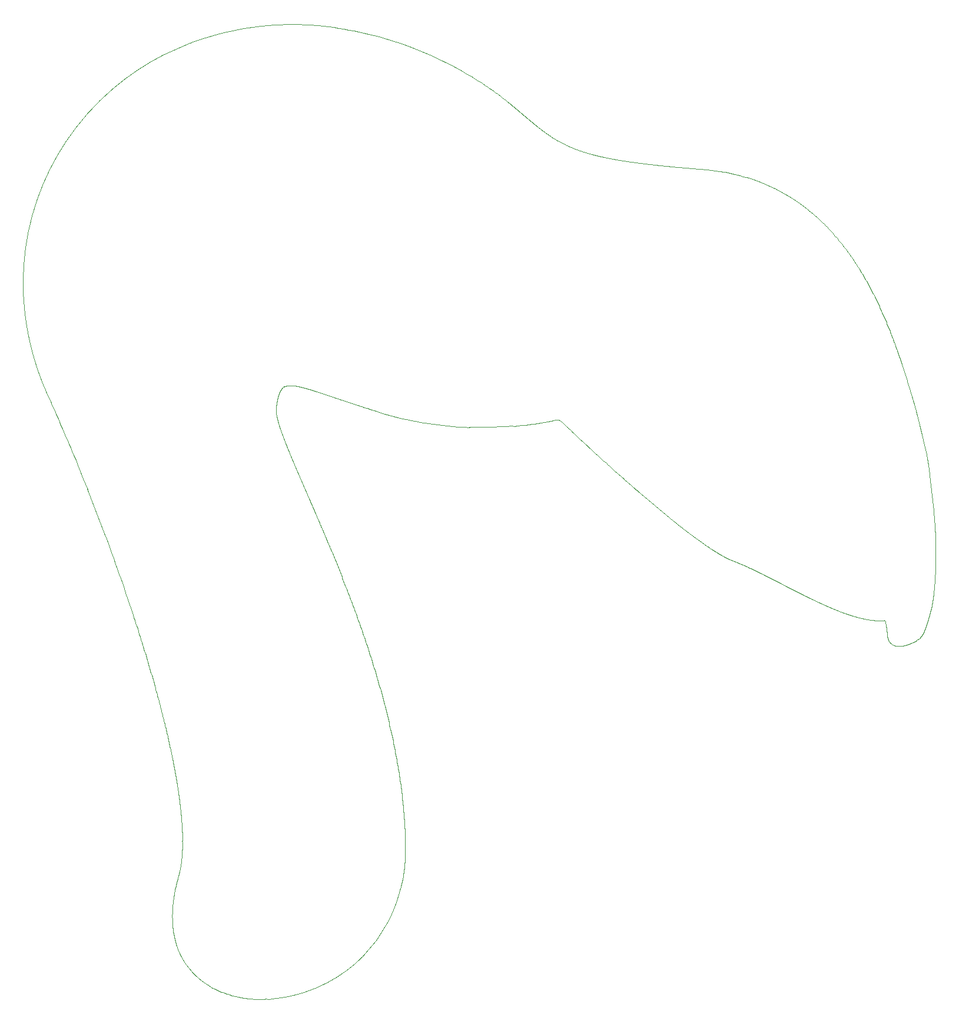
<source format=gbp>
G04*
G04 #@! TF.GenerationSoftware,Altium Limited,Altium Designer,24.4.0 (9)*
G04*
G04 Layer_Color=128*
%FSLAX25Y25*%
%MOIN*%
G70*
G04*
G04 #@! TF.SameCoordinates,6A74A827-5FBE-472E-901E-0A1D8F3314CC*
G04*
G04*
G04 #@! TF.FilePolarity,Positive*
G04*
G01*
G75*
%ADD15C,0.00394*%
D15*
X565889Y172660D02*
G03*
X565360Y173189I-528J0D01*
G01*
X340360Y282443D02*
G03*
X355353Y283159I-2767J215310D01*
G01*
X334730Y282445D02*
G03*
X340360Y282443I2876J213887D01*
G01*
X330617Y282540D02*
G03*
X334730Y282445I6961J211570D01*
G01*
X225765Y305530D02*
G03*
X225664Y305479I2268J-4629D01*
G01*
X225664D02*
G03*
X225566Y305427I2340J-4524D01*
G01*
D02*
G03*
X225444Y305358I2413J-4424D01*
G01*
X225444Y305358D02*
G03*
X225049Y305103I2498J-4295D01*
G01*
D02*
G03*
X224851Y304953I2902J-4051D01*
G01*
D02*
G03*
X224744Y304866I3136J-3946D01*
G01*
X224744Y304866D02*
G03*
X224660Y304793I3278J-3901D01*
G01*
D02*
G03*
X224577Y304719I3402J-3874D01*
G01*
X294129Y44351D02*
G03*
X294129Y45327I-110924J442D01*
G01*
X290948Y19531D02*
G03*
X291371Y21184I-85965J22909D01*
G01*
X290496Y17899D02*
G03*
X290948Y19531I-84535J24280D01*
G01*
X290017Y16289D02*
G03*
X290496Y17899I-83150J25630D01*
G01*
X289423Y14439D02*
G03*
X290017Y16289I-81655J27202D01*
G01*
X288794Y12619D02*
G03*
X289423Y14439I-80143J28728D01*
G01*
X288032Y10575D02*
G03*
X288794Y12619I-78532J30468D01*
G01*
X287120Y8323D02*
G03*
X288032Y10575I-76775J32392D01*
G01*
X286041Y5878D02*
G03*
X287120Y8323I-74889J34495D01*
G01*
X284540Y2792D02*
G03*
X286041Y5878I-72590J37213D01*
G01*
X270073Y-17135D02*
G03*
X284540Y2792I-56617J56320D01*
G01*
X265455Y-21429D02*
G03*
X270073Y-17135I-52615J61221D01*
G01*
X261154Y-24879D02*
G03*
X265455Y-21429I-48860J65304D01*
G01*
X237102Y-37350D02*
G03*
X261154Y-24879I-25815J79215D01*
G01*
X233429Y-38454D02*
G03*
X237102Y-37350I-21859J79447D01*
G01*
X230610Y-39175D02*
G03*
X233429Y-38454I-18809J79333D01*
G01*
X228222Y-39704D02*
G03*
X230610Y-39175I-16218J79009D01*
G01*
X226267Y-40079D02*
G03*
X228222Y-39704I-14091J78549D01*
G01*
X224531Y-40371D02*
G03*
X226267Y-40079I-12211J78040D01*
G01*
X222797Y-40622D02*
G03*
X224531Y-40371I-10348J77464D01*
G01*
X221282Y-40810D02*
G03*
X222797Y-40622I-8721J76812D01*
G01*
X219771Y-40966D02*
G03*
X221282Y-40810I-7114J76131D01*
G01*
X214623Y-41269D02*
G03*
X215904Y-41227I-1745J73127D01*
G01*
X181045Y-32394D02*
G03*
X181840Y-32917I25184J37410D01*
G01*
X180263Y-31855D02*
G03*
X181045Y-32394I25663J36421D01*
G01*
X179494Y-31301D02*
G03*
X180263Y-31855I26137J35447D01*
G01*
X178737Y-30730D02*
G03*
X179494Y-31301I26607J34488D01*
G01*
X177994Y-30144D02*
G03*
X178737Y-30730I27075J33546D01*
G01*
X177120Y-29419D02*
G03*
X177994Y-30144I27662J32465D01*
G01*
X176126Y-28545D02*
G03*
X177120Y-29419I28340J31220D01*
G01*
X175024Y-27507D02*
G03*
X176126Y-28545I29114J29822D01*
G01*
X173829Y-26291D02*
G03*
X175024Y-27507I29992J28281D01*
G01*
X169986Y-21549D02*
G03*
X173829Y-26291I33393J23131D01*
G01*
X168417Y-19101D02*
G03*
X169986Y-21549I35060J20745D01*
G01*
X167551Y-17563D02*
G03*
X168417Y-19101I36319J19441D01*
G01*
X166917Y-16331D02*
G03*
X167551Y-17563I37361J18428D01*
G01*
X166403Y-15250D02*
G03*
X166917Y-16331I38299J17556D01*
G01*
X165995Y-14331D02*
G03*
X166403Y-15250I39134J16834D01*
G01*
X165606Y-13397D02*
G03*
X165995Y-14331I39967J16090D01*
G01*
X165309Y-12638D02*
G03*
X165606Y-13397I40712J15512D01*
G01*
X165024Y-11868D02*
G03*
X165309Y-12638I41434J14909D01*
G01*
X164751Y-11089D02*
G03*
X165024Y-11868I42181J14300D01*
G01*
X164492Y-10299D02*
G03*
X164751Y-11089I42955J13684D01*
G01*
X164245Y-9499D02*
G03*
X164492Y-10299I43755J13060D01*
G01*
X167912Y47839D02*
G03*
X167912Y48237I-122830J318D01*
G01*
X124516Y220481D02*
G03*
X114167Y247448I-1245530J-462542D01*
G01*
X88219Y308936D02*
G03*
X89320Y306135I157476J60256D01*
G01*
X87176Y311737D02*
G03*
X88219Y308936I156820J56804D01*
G01*
X86190Y314537D02*
G03*
X87176Y311737I156180J53415D01*
G01*
X85179Y317591D02*
G03*
X86190Y314537I155569J49807D01*
G01*
X84235Y320643D02*
G03*
X85179Y317591I154903J46240D01*
G01*
X83288Y323946D02*
G03*
X84235Y320643I154264J42463D01*
G01*
X82354Y327499D02*
G03*
X83288Y323946I153584J38467D01*
G01*
X81452Y331300D02*
G03*
X82354Y327499I152867J34261D01*
G01*
X80602Y335346D02*
G03*
X81452Y331300I152115J29856D01*
G01*
X79823Y339634D02*
G03*
X80602Y335346I151328J25261D01*
G01*
X79104Y344411D02*
G03*
X79823Y339634I150500J20226D01*
G01*
X78467Y349919D02*
G03*
X79104Y344411I149570J14508D01*
G01*
X77995Y356143D02*
G03*
X78467Y349919I148488J8134D01*
G01*
X77776Y363555D02*
G03*
X77995Y356143I147197J641D01*
G01*
X78076Y373566D02*
G03*
X77776Y363555I145396J-9375D01*
G01*
X85831Y411781D02*
G03*
X78076Y373566I135659J-47423D01*
G01*
X101952Y444133D02*
G03*
X85831Y411781I119969J-79972D01*
G01*
X128708Y474239D02*
G03*
X101952Y444133I94546J-110969D01*
G01*
X157218Y493281D02*
G03*
X128708Y474239I66852J-130959D01*
G01*
X172235Y499930D02*
G03*
X157218Y493281I52552J-138971D01*
G01*
X178606Y502191D02*
G03*
X173146Y500271I51793J-155998D01*
G01*
X202270Y508116D02*
G03*
X178606Y502191I27359J-159507D01*
G01*
X211813Y509462D02*
G03*
X202270Y508116I17928J-161594D01*
G01*
X217968Y510028D02*
G03*
X211813Y509462I11969J-163886D01*
G01*
X222985Y510318D02*
G03*
X217968Y510028I7078J-165889D01*
G01*
X227316Y510447D02*
G03*
X222985Y510318I2822J-167738D01*
G01*
X231187Y510468D02*
G03*
X227316Y510447I-1021J-169473D01*
G01*
X234819Y510407D02*
G03*
X231187Y510468I-4663J-171137D01*
G01*
X238215Y510281D02*
G03*
X234819Y510407I-8106J-172756D01*
G01*
X241589Y510090D02*
G03*
X238215Y510281I-11564J-174355D01*
G01*
X244729Y509854D02*
G03*
X241589Y510090I-14825J-175936D01*
G01*
X247849Y509563D02*
G03*
X244729Y509854I-18098J-177473D01*
G01*
X292406Y499472D02*
G03*
X288811Y500698I-68889J-196193D01*
G01*
X296464Y498000D02*
G03*
X292406Y499472I-73651J-196725D01*
G01*
X320311Y487370D02*
G03*
X296464Y498000I-99144J-190340D01*
G01*
X323686Y485573D02*
G03*
X320311Y487370I-101449J-186488D01*
G01*
X380377Y444739D02*
G03*
X384491Y442558I33716J58625D01*
G01*
X488831Y423493D02*
G03*
X486992Y424061I-32714J-102728D01*
G01*
X490846Y422829D02*
G03*
X488831Y423493I-34386J-100990D01*
G01*
X493028Y422060D02*
G03*
X490846Y422829I-36215J-99185D01*
G01*
X495754Y421021D02*
G03*
X493028Y422060I-38564J-97114D01*
G01*
X511952Y412867D02*
G03*
X495754Y421021I-53952J-87007D01*
G01*
X515090Y410842D02*
G03*
X511952Y412867I-57631J-85856D01*
G01*
X517342Y409287D02*
G03*
X515090Y410842I-60483J-85196D01*
G01*
X519233Y407913D02*
G03*
X517342Y409287I-62996J-84700D01*
G01*
X520934Y406621D02*
G03*
X519233Y407913I-65365J-84307D01*
G01*
X522454Y405421D02*
G03*
X520934Y406621I-67593J-84020D01*
G01*
X593398Y235874D02*
G03*
X591037Y256060I-306562J-25631D01*
G01*
X593809Y230361D02*
G03*
X593398Y235874I-305282J-19986D01*
G01*
X594441Y210761D02*
G03*
X594441Y211660I-269781J623D01*
G01*
X584635Y162416D02*
G03*
X584744Y162503I-4718J6034D01*
G01*
X584502Y162314D02*
G03*
X584635Y162416I-4534J6070D01*
G01*
X583525Y161696D02*
G03*
X584502Y162314I-3459J6554D01*
G01*
X570445Y159161D02*
G03*
X570534Y159120I2354J5041D01*
G01*
X570356Y159203D02*
G03*
X570445Y159161I2416J4941D01*
G01*
X570268Y159247D02*
G03*
X570356Y159203I2479J4844D01*
G01*
X570163Y159302D02*
G03*
X570268Y159247I2557J4738D01*
G01*
X570042Y159369D02*
G03*
X570163Y159302I2649J4617D01*
G01*
X569906Y159450D02*
G03*
X570042Y159369I2756J4486D01*
G01*
X569213Y159960D02*
G03*
X569906Y159450I3397J3894D01*
G01*
X569047Y160111D02*
G03*
X569213Y159960I3589J3772D01*
G01*
X568929Y160227D02*
G03*
X569047Y160111I3747J3698D01*
G01*
X568842Y160317D02*
G03*
X568929Y160227I3874J3648D01*
G01*
X568757Y160410D02*
G03*
X568842Y160317I4002J3596D01*
G01*
X568687Y160489D02*
G03*
X568757Y160410I4118J3558D01*
G01*
X568618Y160571D02*
G03*
X568687Y160489I4235J3518D01*
G01*
X379131Y286548D02*
X378054Y286372D01*
X380152Y286636D02*
X379131Y286548D01*
X380851Y286550D02*
X380152Y286636D01*
X381523Y286346D02*
X380851Y286550D01*
X382143Y286015D02*
X381523Y286346D01*
X382994Y285273D02*
X382143Y286015D01*
X384360Y283971D02*
X382994Y285273D01*
X565889Y172654D02*
Y172660D01*
X376511Y447130D02*
X374367Y448597D01*
X565360Y173189D02*
X565152Y173171D01*
X564944Y173154D01*
X564734Y173139D01*
X564523Y173126D01*
X564312Y173114D01*
X564171Y173107D01*
X564029Y173101D01*
X563887Y173095D01*
X563745Y173090D01*
X563602Y173085D01*
X563459Y173082D01*
X563316Y173079D01*
X563172Y173076D01*
X563028Y173074D01*
X562883Y173073D01*
X562739Y173073D01*
X562594Y173073D01*
X562448Y173074D01*
X562302Y173075D01*
X562156Y173077D01*
X562010Y173080D01*
X561863Y173083D01*
X561716Y173088D01*
X561569Y173092D01*
X561421Y173098D01*
X561273Y173103D01*
X561125Y173110D01*
X560976Y173117D01*
X560827Y173125D01*
X560678Y173133D01*
X560529Y173142D01*
X560379Y173152D01*
X560228Y173162D01*
X560078Y173173D01*
X559927Y173185D01*
X559776Y173197D01*
X559624Y173210D01*
X559473Y173223D01*
X559320Y173237D01*
X559168Y173251D01*
X559016Y173266D01*
X558862Y173282D01*
X558709Y173298D01*
X558556Y173315D01*
X558402Y173333D01*
X558248Y173351D01*
X558093Y173369D01*
X557938Y173389D01*
X557783Y173408D01*
X557628Y173429D01*
X557472Y173450D01*
X557316Y173471D01*
X557160Y173493D01*
X557004Y173516D01*
X556847Y173539D01*
X556690Y173563D01*
X556533Y173587D01*
X556375Y173612D01*
X556217Y173638D01*
X556059Y173664D01*
X555900Y173690D01*
X555742Y173717D01*
X555583Y173745D01*
X555423Y173773D01*
X555264Y173802D01*
X555104Y173831D01*
X554944Y173861D01*
X554784Y173892D01*
X554623Y173923D01*
X554462Y173954D01*
X554301Y173986D01*
X554140Y174018D01*
X553978Y174051D01*
X553816Y174085D01*
X553654Y174119D01*
X553492Y174154D01*
X553329Y174189D01*
X553166Y174224D01*
X553003Y174260D01*
X552840Y174297D01*
X552676Y174334D01*
X552512Y174372D01*
X552348Y174410D01*
X552183Y174449D01*
X552019Y174488D01*
X551854Y174528D01*
X551689Y174568D01*
X551523Y174608D01*
X551358Y174650D01*
X551192Y174691D01*
X551026Y174733D01*
X550860Y174776D01*
X550693Y174819D01*
X550526Y174862D01*
X550359Y174906D01*
X550192Y174951D01*
X550025Y174996D01*
X549857Y175041D01*
X549689Y175087D01*
X549521Y175134D01*
X549353Y175180D01*
X549184Y175228D01*
X549015Y175276D01*
X548846Y175324D01*
X548677Y175372D01*
X548507Y175422D01*
X548338Y175471D01*
X548168Y175521D01*
X547998Y175572D01*
X547828Y175622D01*
X547657Y175674D01*
X547486Y175726D01*
X547316Y175778D01*
X547145Y175830D01*
X546973Y175884D01*
X546802Y175937D01*
X546630Y175991D01*
X546458Y176046D01*
X546286Y176100D01*
X546114Y176155D01*
X545941Y176211D01*
X545768Y176267D01*
X545596Y176324D01*
X545423Y176381D01*
X545249Y176438D01*
X545076Y176496D01*
X544902Y176554D01*
X544728Y176612D01*
X544554Y176671D01*
X544380Y176730D01*
X544206Y176790D01*
X544031Y176850D01*
X543856Y176911D01*
X543681Y176972D01*
X543506Y177033D01*
X543331Y177094D01*
X543156Y177157D01*
X542980Y177219D01*
X542804Y177282D01*
X542628Y177345D01*
X542452Y177409D01*
X542276Y177472D01*
X542100Y177537D01*
X541923Y177602D01*
X541746Y177666D01*
X541569Y177732D01*
X541392Y177798D01*
X541215Y177864D01*
X541038Y177930D01*
X540860Y177997D01*
X540682Y178064D01*
X540504Y178132D01*
X540326Y178200D01*
X540148Y178268D01*
X539970Y178337D01*
X539791Y178405D01*
X539613Y178475D01*
X539434Y178544D01*
X539255Y178614D01*
X539076Y178684D01*
X538897Y178755D01*
X538718Y178826D01*
X538538Y178897D01*
X538359Y178969D01*
X538179Y179041D01*
X537999Y179113D01*
X537819Y179185D01*
X537639Y179258D01*
X537459Y179331D01*
X537278Y179405D01*
X537098Y179479D01*
X536917Y179553D01*
X536736Y179627D01*
X536555Y179702D01*
X536374Y179777D01*
X536193Y179852D01*
X536012Y179928D01*
X535830Y180004D01*
X535649Y180080D01*
X535467Y180156D01*
X535286Y180233D01*
X535104Y180310D01*
X534922Y180387D01*
X534740Y180465D01*
X534558Y180543D01*
X534375Y180621D01*
X534193Y180699D01*
X534011Y180778D01*
X533828Y180857D01*
X533645Y180936D01*
X533462Y181016D01*
X533280Y181095D01*
X533097Y181175D01*
X532914Y181256D01*
X532730Y181336D01*
X532547Y181417D01*
X532364Y181498D01*
X532180Y181579D01*
X531997Y181661D01*
X531813Y181742D01*
X531629Y181824D01*
X531446Y181907D01*
X531262Y181989D01*
X531078Y182072D01*
X530894Y182155D01*
X530710Y182238D01*
X530525Y182321D01*
X530341Y182405D01*
X530157Y182489D01*
X529972Y182573D01*
X529788Y182657D01*
X529603Y182742D01*
X529419Y182826D01*
X529234Y182911D01*
X529049Y182996D01*
X528864Y183082D01*
X528679Y183168D01*
X528494Y183253D01*
X528309Y183339D01*
X528124Y183425D01*
X527939Y183512D01*
X527753Y183598D01*
X527568Y183685D01*
X527383Y183772D01*
X527197Y183859D01*
X527012Y183947D01*
X526826Y184034D01*
X526641Y184122D01*
X526455Y184210D01*
X526270Y184298D01*
X526084Y184386D01*
X525898Y184474D01*
X525712Y184563D01*
X525527Y184652D01*
X525341Y184740D01*
X525155Y184829D01*
X524969Y184919D01*
X524783Y185008D01*
X524597Y185098D01*
X524411Y185187D01*
X524225Y185277D01*
X524038Y185367D01*
X523852Y185457D01*
X523666Y185548D01*
X523480Y185638D01*
X523293Y185729D01*
X523107Y185819D01*
X522921Y185910D01*
X522735Y186001D01*
X522548Y186092D01*
X522362Y186184D01*
X522176Y186275D01*
X521989Y186367D01*
X521803Y186458D01*
X521616Y186550D01*
X521430Y186642D01*
X521243Y186734D01*
X521057Y186826D01*
X520870Y186918D01*
X520684Y187011D01*
X520497Y187103D01*
X520311Y187196D01*
X520124Y187288D01*
X519938Y187381D01*
X519751Y187474D01*
X519565Y187567D01*
X519378Y187660D01*
X519192Y187753D01*
X519005Y187847D01*
X518819Y187940D01*
X518632Y188033D01*
X518446Y188127D01*
X518259Y188221D01*
X518073Y188314D01*
X517886Y188408D01*
X517700Y188502D01*
X517514Y188596D01*
X517327Y188690D01*
X517234Y188737D01*
X517141Y188784D01*
X517048Y188831D01*
X516955Y188878D01*
X516861Y188925D01*
X516768Y188972D01*
X516675Y189019D01*
X516582Y189066D01*
X516489Y189113D01*
X516396Y189161D01*
X516302Y189208D01*
X516209Y189255D01*
X516116Y189302D01*
X516023Y189349D01*
X515930Y189397D01*
X515837Y189444D01*
X515744Y189491D01*
X515651Y189538D01*
X515557Y189585D01*
X515464Y189633D01*
X515371Y189680D01*
X515278Y189727D01*
X515185Y189775D01*
X515092Y189822D01*
X514999Y189869D01*
X514906Y189917D01*
X514813Y189964D01*
X514720Y190012D01*
X514627Y190059D01*
X514534Y190106D01*
X514441Y190154D01*
X514348Y190201D01*
X514255Y190249D01*
X514162Y190296D01*
X514069Y190343D01*
X513976Y190391D01*
X513883Y190438D01*
X513791Y190486D01*
X513698Y190533D01*
X513605Y190581D01*
X513512Y190628D01*
X513419Y190676D01*
X513326Y190723D01*
X513233Y190771D01*
X513140Y190818D01*
X513048Y190866D01*
X512955Y190913D01*
X512862Y190961D01*
X512769Y191008D01*
X512676Y191056D01*
X512584Y191103D01*
X512491Y191151D01*
X512398Y191198D01*
X512305Y191246D01*
X512213Y191293D01*
X512120Y191341D01*
X512027Y191388D01*
X511935Y191436D01*
X511842Y191483D01*
X511749Y191531D01*
X511657Y191579D01*
X511564Y191626D01*
X511472Y191674D01*
X511379Y191721D01*
X511286Y191769D01*
X511194Y191816D01*
X511101Y191864D01*
X511009Y191911D01*
X510916Y191959D01*
X510824Y192007D01*
X510731Y192054D01*
X510639Y192102D01*
X510546Y192149D01*
X510454Y192197D01*
X510362Y192244D01*
X510269Y192292D01*
X510177Y192339D01*
X510085Y192387D01*
X509992Y192434D01*
X509900Y192482D01*
X509808Y192529D01*
X509715Y192577D01*
X509623Y192624D01*
X509531Y192672D01*
X509439Y192719D01*
X509346Y192767D01*
X509254Y192814D01*
X509162Y192861D01*
X509070Y192909D01*
X508978Y192956D01*
X508886Y193004D01*
X508794Y193051D01*
X508702Y193099D01*
X508609Y193146D01*
X508518Y193193D01*
X508425Y193241D01*
X508333Y193288D01*
X508242Y193336D01*
X508149Y193383D01*
X508058Y193430D01*
X507966Y193478D01*
X507874Y193525D01*
X507782Y193572D01*
X507690Y193620D01*
X507598Y193667D01*
X507507Y193714D01*
X507415Y193762D01*
X507323Y193809D01*
X507231Y193856D01*
X507139Y193903D01*
X507048Y193950D01*
X506956Y193998D01*
X506865Y194045D01*
X506773Y194092D01*
X506681Y194139D01*
X506590Y194186D01*
X506498Y194234D01*
X506407Y194281D01*
X506315Y194328D01*
X506224Y194375D01*
X506132Y194422D01*
X506041Y194469D01*
X505949Y194516D01*
X505858Y194563D01*
X505767Y194610D01*
X505675Y194657D01*
X505584Y194704D01*
X505493Y194751D01*
X505402Y194798D01*
X505310Y194845D01*
X505219Y194892D01*
X505128Y194939D01*
X505037Y194986D01*
X504946Y195032D01*
X504855Y195079D01*
X504764Y195126D01*
X504673Y195173D01*
X504582Y195220D01*
X504491Y195266D01*
X504400Y195313D01*
X504309Y195360D01*
X504218Y195406D01*
X504127Y195453D01*
X504036Y195500D01*
X503945Y195546D01*
X503855Y195593D01*
X503764Y195640D01*
X503673Y195686D01*
X503582Y195732D01*
X503492Y195779D01*
X503401Y195826D01*
X503310Y195872D01*
X503220Y195918D01*
X503129Y195965D01*
X503039Y196011D01*
X502948Y196057D01*
X502858Y196104D01*
X502768Y196150D01*
X502677Y196196D01*
X502587Y196243D01*
X502496Y196289D01*
X502406Y196335D01*
X502316Y196381D01*
X502226Y196427D01*
X502135Y196473D01*
X502045Y196519D01*
X501955Y196565D01*
X501865Y196611D01*
X501775Y196658D01*
X501685Y196704D01*
X501595Y196749D01*
X501505Y196795D01*
X501415Y196841D01*
X501325Y196887D01*
X501235Y196933D01*
X501145Y196979D01*
X501056Y197024D01*
X500966Y197070D01*
X500876Y197116D01*
X500786Y197161D01*
X500697Y197207D01*
X500607Y197253D01*
X500518Y197298D01*
X500428Y197344D01*
X500338Y197389D01*
X500249Y197434D01*
X500159Y197480D01*
X500070Y197525D01*
X499981Y197571D01*
X499891Y197616D01*
X499802Y197661D01*
X499713Y197706D01*
X499623Y197752D01*
X499534Y197797D01*
X499445Y197842D01*
X499356Y197887D01*
X499267Y197932D01*
X499178Y197977D01*
X499089Y198022D01*
X499000Y198067D01*
X498911Y198112D01*
X498822Y198157D01*
X498733Y198202D01*
X498644Y198247D01*
X498556Y198291D01*
X498467Y198336D01*
X498378Y198381D01*
X498289Y198425D01*
X498201Y198470D01*
X498112Y198514D01*
X498024Y198559D01*
X497935Y198603D01*
X497847Y198648D01*
X497758Y198692D01*
X497670Y198737D01*
X497581Y198781D01*
X497493Y198825D01*
X497405Y198869D01*
X497317Y198913D01*
X497228Y198958D01*
X497052Y199046D01*
X496876Y199134D01*
X496700Y199221D01*
X496524Y199309D01*
X496349Y199396D01*
X496173Y199484D01*
X495998Y199571D01*
X495823Y199657D01*
X495648Y199744D01*
X495474Y199831D01*
X495299Y199917D01*
X495125Y200003D01*
X494951Y200089D01*
X494777Y200174D01*
X494603Y200260D01*
X494429Y200345D01*
X494256Y200430D01*
X494083Y200515D01*
X493910Y200600D01*
X493737Y200684D01*
X493564Y200768D01*
X493392Y200852D01*
X493219Y200936D01*
X493047Y201019D01*
X492875Y201103D01*
X492704Y201186D01*
X492532Y201268D01*
X492361Y201351D01*
X492190Y201433D01*
X492019Y201516D01*
X491848Y201597D01*
X491678Y201679D01*
X491508Y201760D01*
X491338Y201841D01*
X491168Y201922D01*
X490998Y202003D01*
X490829Y202083D01*
X490660Y202163D01*
X490491Y202243D01*
X490322Y202323D01*
X490153Y202402D01*
X489985Y202481D01*
X489817Y202560D01*
X489649Y202639D01*
X489481Y202717D01*
X489314Y202795D01*
X489147Y202872D01*
X488980Y202950D01*
X488813Y203027D01*
X488647Y203104D01*
X488480Y203181D01*
X488314Y203257D01*
X488148Y203333D01*
X487983Y203408D01*
X487818Y203484D01*
X487652Y203559D01*
X487488Y203634D01*
X487323Y203708D01*
X487159Y203783D01*
X486995Y203856D01*
X486831Y203930D01*
X486667Y204003D01*
X486504Y204076D01*
X486341Y204149D01*
X486178Y204221D01*
X486015Y204293D01*
X485853Y204365D01*
X485691Y204436D01*
X485529Y204507D01*
X485367Y204578D01*
X485206Y204649D01*
X485045Y204719D01*
X484884Y204788D01*
X484723Y204858D01*
X484563Y204927D01*
X484403Y204996D01*
X484243Y205064D01*
X484084Y205132D01*
X483925Y205200D01*
X483766Y205267D01*
X483607Y205334D01*
X483449Y205401D01*
X483291Y205467D01*
X483133Y205533D01*
X482975Y205598D01*
X482818Y205664D01*
X482661Y205728D01*
X482504Y205793D01*
X482348Y205857D01*
X482192Y205921D01*
X482036Y205984D01*
X481880Y206047D01*
X481725Y206110D01*
X481570Y206172D01*
X481415Y206234D01*
X481261Y206295D01*
X481107Y206356D01*
X480953Y206417D01*
X480799Y206477D01*
X480646Y206537D01*
X480493Y206596D01*
X480340Y206656D01*
X480188Y206714D01*
X480036Y206772D01*
X479884Y206830D01*
X479657Y206916D01*
X479582Y206945D01*
X479506Y206974D01*
X479429Y207004D01*
X479353Y207033D01*
X479276Y207064D01*
X479199Y207094D01*
X479121Y207125D01*
X479044Y207156D01*
X478966Y207188D01*
X478888Y207220D01*
X478809Y207252D01*
X478730Y207285D01*
X478651Y207318D01*
X478572Y207351D01*
X478492Y207385D01*
X478412Y207419D01*
X478332Y207454D01*
X478251Y207489D01*
X478171Y207524D01*
X478090Y207559D01*
X478008Y207595D01*
X477927Y207631D01*
X477845Y207668D01*
X477763Y207705D01*
X477680Y207742D01*
X477598Y207780D01*
X477515Y207818D01*
X477431Y207856D01*
X477348Y207895D01*
X477264Y207934D01*
X477180Y207973D01*
X477096Y208013D01*
X477011Y208053D01*
X476926Y208093D01*
X476841Y208134D01*
X476756Y208175D01*
X476670Y208216D01*
X476584Y208258D01*
X476498Y208300D01*
X476412Y208343D01*
X476325Y208385D01*
X476238Y208428D01*
X476151Y208472D01*
X476064Y208516D01*
X475976Y208560D01*
X475888Y208604D01*
X475800Y208649D01*
X475711Y208694D01*
X475623Y208739D01*
X475534Y208785D01*
X475445Y208831D01*
X475355Y208877D01*
X475265Y208924D01*
X475175Y208971D01*
X475085Y209018D01*
X474995Y209066D01*
X474904Y209114D01*
X474813Y209162D01*
X474722Y209211D01*
X474630Y209260D01*
X474539Y209309D01*
X474447Y209359D01*
X474354Y209409D01*
X474262Y209459D01*
X474169Y209509D01*
X474076Y209560D01*
X473983Y209612D01*
X473890Y209663D01*
X473796Y209715D01*
X473702Y209767D01*
X473608Y209819D01*
X473514Y209872D01*
X473419Y209925D01*
X473324Y209979D01*
X473229Y210032D01*
X473134Y210086D01*
X473038Y210140D01*
X472943Y210195D01*
X472847Y210250D01*
X472751Y210305D01*
X472654Y210361D01*
X472557Y210416D01*
X472460Y210472D01*
X472363Y210529D01*
X472266Y210586D01*
X472168Y210643D01*
X472071Y210700D01*
X471972Y210757D01*
X471874Y210815D01*
X471776Y210874D01*
X471677Y210932D01*
X471578Y210991D01*
X471479Y211050D01*
X471379Y211109D01*
X471280Y211169D01*
X471180Y211229D01*
X471080Y211289D01*
X470980Y211350D01*
X470879Y211411D01*
X470778Y211472D01*
X470678Y211533D01*
X470576Y211595D01*
X470475Y211657D01*
X470373Y211719D01*
X470272Y211782D01*
X470170Y211844D01*
X470068Y211908D01*
X469965Y211971D01*
X469862Y212035D01*
X469760Y212099D01*
X469657Y212163D01*
X469553Y212227D01*
X469450Y212292D01*
X469346Y212357D01*
X469242Y212422D01*
X469138Y212488D01*
X469034Y212554D01*
X468929Y212620D01*
X468720Y212753D01*
X468509Y212888D01*
X468298Y213023D01*
X468086Y213159D01*
X467874Y213297D01*
X467660Y213435D01*
X467446Y213575D01*
X467231Y213716D01*
X467015Y213857D01*
X466798Y214000D01*
X466581Y214144D01*
X466363Y214289D01*
X466144Y214434D01*
X465924Y214581D01*
X465704Y214729D01*
X465483Y214878D01*
X465261Y215028D01*
X465038Y215178D01*
X464815Y215330D01*
X464591Y215483D01*
X464367Y215637D01*
X464142Y215791D01*
X463916Y215947D01*
X463689Y216104D01*
X463462Y216261D01*
X463234Y216420D01*
X463005Y216579D01*
X462776Y216739D01*
X462546Y216900D01*
X462315Y217063D01*
X462084Y217226D01*
X461852Y217390D01*
X461620Y217554D01*
X461386Y217720D01*
X461153Y217887D01*
X460919Y218054D01*
X460684Y218223D01*
X460448Y218392D01*
X460212Y218562D01*
X459975Y218733D01*
X459738Y218905D01*
X459500Y219077D01*
X459262Y219250D01*
X459023Y219425D01*
X458783Y219600D01*
X458543Y219776D01*
X458302Y219952D01*
X458061Y220130D01*
X457820Y220308D01*
X457577Y220487D01*
X457335Y220667D01*
X457091Y220847D01*
X456848Y221029D01*
X456603Y221211D01*
X456359Y221394D01*
X456113Y221577D01*
X455868Y221762D01*
X455621Y221947D01*
X455375Y222132D01*
X455128Y222319D01*
X454880Y222506D01*
X454632Y222694D01*
X454383Y222883D01*
X454134Y223072D01*
X453885Y223262D01*
X453635Y223453D01*
X453385Y223644D01*
X453134Y223836D01*
X452883Y224029D01*
X452632Y224222D01*
X452380Y224416D01*
X452127Y224611D01*
X451874Y224806D01*
X451621Y225003D01*
X451368Y225199D01*
X451114Y225396D01*
X450860Y225594D01*
X450605Y225793D01*
X450350Y225992D01*
X450095Y226191D01*
X449839Y226391D01*
X449583Y226592D01*
X449327Y226793D01*
X449071Y226995D01*
X448813Y227198D01*
X448556Y227401D01*
X448299Y227605D01*
X448041Y227809D01*
X447783Y228013D01*
X447524Y228219D01*
X447265Y228424D01*
X447006Y228630D01*
X446747Y228837D01*
X446487Y229045D01*
X446228Y229252D01*
X445967Y229461D01*
X445707Y229669D01*
X445446Y229878D01*
X445186Y230088D01*
X444924Y230298D01*
X444663Y230509D01*
X444402Y230720D01*
X444009Y231037D01*
X443616Y231356D01*
X443222Y231675D01*
X442828Y231996D01*
X442433Y232317D01*
X442039Y232639D01*
X441643Y232962D01*
X441248Y233286D01*
X440852Y233611D01*
X440456Y233937D01*
X440059Y234263D01*
X439662Y234590D01*
X439265Y234918D01*
X438868Y235247D01*
X438471Y235576D01*
X438073Y235906D01*
X437675Y236237D01*
X437277Y236568D01*
X436879Y236900D01*
X436481Y237233D01*
X436082Y237566D01*
X435684Y237900D01*
X435285Y238234D01*
X434887Y238569D01*
X434488Y238904D01*
X434090Y239240D01*
X433691Y239576D01*
X433293Y239913D01*
X432894Y240250D01*
X432496Y240587D01*
X432098Y240925D01*
X431700Y241263D01*
X431302Y241602D01*
X430904Y241941D01*
X430506Y242280D01*
X430109Y242619D01*
X429712Y242959D01*
X429315Y243299D01*
X428918Y243639D01*
X428522Y243979D01*
X428126Y244319D01*
X427598Y244773D01*
X427071Y245228D01*
X426545Y245682D01*
X426019Y246136D01*
X425494Y246591D01*
X424970Y247045D01*
X424447Y247499D01*
X423924Y247954D01*
X423403Y248408D01*
X422882Y248862D01*
X422363Y249315D01*
X421845Y249769D01*
X421327Y250222D01*
X420811Y250674D01*
X420297Y251126D01*
X419783Y251578D01*
X419271Y252029D01*
X418760Y252479D01*
X418123Y253041D01*
X417489Y253602D01*
X416857Y254162D01*
X416228Y254720D01*
X415601Y255276D01*
X414977Y255832D01*
X414355Y256385D01*
X413736Y256937D01*
X413121Y257487D01*
X412386Y258145D01*
X411656Y258799D01*
X410930Y259451D01*
X410209Y260099D01*
X409493Y260743D01*
X408664Y261491D01*
X407843Y262233D01*
X407029Y262969D01*
X406108Y263804D01*
X405085Y264734D01*
X404075Y265653D01*
X402970Y266661D01*
X401669Y267851D01*
X400081Y269307D01*
X394856Y274131D01*
X392794Y276048D01*
X391688Y277079D01*
X390869Y277845D01*
X390233Y278440D01*
X389691Y278947D01*
X389164Y279442D01*
X388723Y279856D01*
X388293Y280260D01*
X387943Y280589D01*
X387601Y280911D01*
X387266Y281227D01*
X387004Y281474D01*
X386747Y281716D01*
X386495Y281954D01*
X386248Y282188D01*
X386006Y282416D01*
X385828Y282584D01*
X385653Y282750D01*
X385481Y282912D01*
X385312Y283072D01*
X385146Y283229D01*
X384983Y283383D01*
X384823Y283535D01*
X384666Y283684D01*
X384513Y283829D01*
X384362Y283972D01*
X378054Y286372D02*
X377973Y286355D01*
X377849Y286329D01*
X377723Y286303D01*
X377595Y286276D01*
X377465Y286249D01*
X377332Y286222D01*
X377197Y286194D01*
X377060Y286166D01*
X376921Y286138D01*
X376779Y286109D01*
X376635Y286080D01*
X376489Y286051D01*
X376341Y286022D01*
X376191Y285992D01*
X376038Y285962D01*
X375883Y285932D01*
X375727Y285902D01*
X375514Y285861D01*
X375298Y285819D01*
X375078Y285778D01*
X374854Y285736D01*
X374626Y285693D01*
X374394Y285650D01*
X374159Y285607D01*
X373920Y285564D01*
X373678Y285520D01*
X373432Y285476D01*
X373119Y285421D01*
X372800Y285365D01*
X372476Y285309D01*
X372146Y285253D01*
X371810Y285196D01*
X371469Y285139D01*
X371053Y285070D01*
X370628Y285002D01*
X370196Y284933D01*
X369756Y284863D01*
X369233Y284783D01*
X368699Y284702D01*
X368155Y284621D01*
X367521Y284529D01*
X366873Y284437D01*
X366129Y284334D01*
X365369Y284232D01*
X364505Y284120D01*
X363532Y283998D01*
X362444Y283868D01*
X361140Y283719D01*
X359604Y283554D01*
X357821Y283378D01*
X355353Y283159D01*
X330617Y282540D02*
X327080Y282686D01*
X323888Y282870D01*
X320926Y283085D01*
X318064Y283334D01*
X315311Y283612D01*
X312673Y283915D01*
X310009Y284257D01*
X307468Y284618D01*
X304907Y285017D01*
X302325Y285454D01*
X299878Y285903D01*
X297415Y286389D01*
X294938Y286913D01*
X292448Y287475D01*
X289945Y288078D01*
X287431Y288721D01*
X284906Y289406D01*
X282214Y290181D01*
X279355Y291057D01*
X277779Y291555D01*
X276386Y291998D01*
X275168Y292387D01*
X274118Y292724D01*
X273230Y293010D01*
X272497Y293246D01*
X271772Y293480D01*
X271197Y293667D01*
X270627Y293852D01*
X270061Y294036D01*
X269500Y294219D01*
X269082Y294355D01*
X268667Y294491D01*
X268254Y294626D01*
X267844Y294760D01*
X267436Y294894D01*
X267031Y295027D01*
X266628Y295159D01*
X266361Y295247D01*
X266095Y295334D01*
X265830Y295422D01*
X265566Y295509D01*
X265303Y295595D01*
X265042Y295682D01*
X264781Y295768D01*
X264522Y295853D01*
X264264Y295939D01*
X264006Y296024D01*
X263750Y296109D01*
X263495Y296193D01*
X263241Y296277D01*
X262988Y296361D01*
X262737Y296445D01*
X262486Y296528D01*
X262236Y296611D01*
X262112Y296653D01*
X261988Y296694D01*
X261864Y296735D01*
X261740Y296776D01*
X261617Y296817D01*
X261494Y296858D01*
X261371Y296899D01*
X261248Y296940D01*
X261126Y296981D01*
X261004Y297022D01*
X260882Y297062D01*
X260760Y297103D01*
X260639Y297143D01*
X260518Y297183D01*
X260398Y297224D01*
X260277Y297264D01*
X260157Y297304D01*
X260037Y297344D01*
X259917Y297384D01*
X259798Y297424D01*
X259679Y297464D01*
X259560Y297503D01*
X259441Y297543D01*
X259323Y297583D01*
X259205Y297622D01*
X259087Y297661D01*
X258969Y297701D01*
X258852Y297740D01*
X258735Y297779D01*
X258618Y297818D01*
X258501Y297857D01*
X258385Y297896D01*
X258269Y297935D01*
X258153Y297974D01*
X258037Y298013D01*
X257922Y298051D01*
X257807Y298090D01*
X257692Y298128D01*
X257578Y298167D01*
X257464Y298205D01*
X257349Y298243D01*
X257236Y298281D01*
X257122Y298319D01*
X257009Y298357D01*
X256896Y298395D01*
X256783Y298433D01*
X256671Y298471D01*
X256559Y298508D01*
X256447Y298546D01*
X256335Y298583D01*
X256223Y298621D01*
X256112Y298658D01*
X256001Y298695D01*
X255890Y298732D01*
X255780Y298769D01*
X255670Y298806D01*
X255560Y298843D01*
X255450Y298880D01*
X255341Y298917D01*
X255231Y298954D01*
X255122Y298990D01*
X255013Y299027D01*
X254905Y299063D01*
X254797Y299099D01*
X254689Y299136D01*
X254581Y299172D01*
X254473Y299208D01*
X254366Y299244D01*
X254259Y299280D01*
X254152Y299316D01*
X254046Y299351D01*
X253940Y299387D01*
X253834Y299423D01*
X253728Y299458D01*
X253622Y299493D01*
X253517Y299529D01*
X253412Y299564D01*
X253307Y299599D01*
X253203Y299634D01*
X253098Y299669D01*
X252994Y299704D01*
X252890Y299739D01*
X252787Y299774D01*
X252683Y299808D01*
X252580Y299843D01*
X252477Y299877D01*
X252375Y299912D01*
X252272Y299946D01*
X252170Y299980D01*
X252068Y300014D01*
X251967Y300049D01*
X251865Y300083D01*
X251764Y300116D01*
X251663Y300150D01*
X251562Y300184D01*
X251462Y300218D01*
X251361Y300251D01*
X251261Y300285D01*
X251162Y300318D01*
X251062Y300351D01*
X250963Y300384D01*
X250864Y300418D01*
X250765Y300451D01*
X250666Y300484D01*
X250568Y300517D01*
X250470Y300549D01*
X250372Y300582D01*
X250274Y300615D01*
X250177Y300647D01*
X250080Y300680D01*
X249983Y300712D01*
X249886Y300744D01*
X249790Y300776D01*
X249693Y300809D01*
X249597Y300840D01*
X249501Y300872D01*
X249406Y300904D01*
X249311Y300936D01*
X249216Y300968D01*
X249121Y300999D01*
X249026Y301031D01*
X248932Y301062D01*
X248837Y301093D01*
X248743Y301125D01*
X248650Y301156D01*
X248556Y301187D01*
X248463Y301218D01*
X248370Y301249D01*
X248277Y301279D01*
X248184Y301310D01*
X248092Y301341D01*
X248000Y301371D01*
X247908Y301402D01*
X247816Y301432D01*
X247725Y301462D01*
X247634Y301492D01*
X247543Y301522D01*
X247452Y301552D01*
X247361Y301582D01*
X247271Y301612D01*
X247181Y301642D01*
X247091Y301672D01*
X247001Y301701D01*
X246912Y301730D01*
X246823Y301760D01*
X246734Y301789D01*
X246645Y301818D01*
X246556Y301847D01*
X246468Y301876D01*
X246380Y301905D01*
X246292Y301934D01*
X246204Y301963D01*
X246117Y301992D01*
X246030Y302020D01*
X245942Y302048D01*
X245856Y302077D01*
X245769Y302105D01*
X245683Y302133D01*
X245597Y302162D01*
X245511Y302189D01*
X245425Y302217D01*
X245340Y302245D01*
X245254Y302273D01*
X245169Y302301D01*
X245084Y302328D01*
X245000Y302356D01*
X244915Y302383D01*
X244831Y302410D01*
X244747Y302438D01*
X244664Y302465D01*
X244580Y302492D01*
X244497Y302519D01*
X244413Y302545D01*
X244331Y302572D01*
X244248Y302599D01*
X244165Y302625D01*
X244083Y302652D01*
X244001Y302678D01*
X243919Y302705D01*
X243838Y302731D01*
X243756Y302757D01*
X243675Y302783D01*
X243594Y302809D01*
X243513Y302835D01*
X243433Y302860D01*
X243352Y302886D01*
X243272Y302911D01*
X243192Y302937D01*
X243112Y302962D01*
X243033Y302988D01*
X242954Y303013D01*
X242875Y303038D01*
X242796Y303063D01*
X242717Y303088D01*
X242638Y303112D01*
X242560Y303137D01*
X242482Y303162D01*
X242404Y303186D01*
X242326Y303211D01*
X242249Y303235D01*
X242172Y303259D01*
X242095Y303283D01*
X242018Y303308D01*
X241941Y303331D01*
X241865Y303355D01*
X241789Y303379D01*
X241713Y303403D01*
X241637Y303426D01*
X241561Y303450D01*
X241486Y303473D01*
X241410Y303497D01*
X241336Y303520D01*
X241261Y303543D01*
X241186Y303566D01*
X241112Y303589D01*
X241037Y303611D01*
X240963Y303634D01*
X240890Y303657D01*
X240816Y303679D01*
X240743Y303702D01*
X240669Y303724D01*
X240596Y303747D01*
X240524Y303769D01*
X240451Y303791D01*
X240378Y303813D01*
X240306Y303835D01*
X240234Y303856D01*
X240162Y303878D01*
X240091Y303900D01*
X240019Y303921D01*
X239948Y303942D01*
X239877Y303964D01*
X239806Y303985D01*
X239736Y304006D01*
X239665Y304027D01*
X239595Y304048D01*
X239525Y304069D01*
X239455Y304089D01*
X239385Y304110D01*
X239316Y304131D01*
X239246Y304151D01*
X239177Y304171D01*
X239108Y304191D01*
X239040Y304212D01*
X238971Y304232D01*
X238903Y304252D01*
X238835Y304272D01*
X238767Y304291D01*
X238699Y304311D01*
X238631Y304330D01*
X238564Y304350D01*
X238497Y304369D01*
X238430Y304388D01*
X238363Y304408D01*
X238296Y304427D01*
X238230Y304446D01*
X238164Y304465D01*
X238098Y304483D01*
X238032Y304502D01*
X237966Y304520D01*
X237900Y304539D01*
X237835Y304557D01*
X237770Y304575D01*
X237705Y304594D01*
X237640Y304612D01*
X237576Y304630D01*
X237511Y304648D01*
X237447Y304665D01*
X237383Y304683D01*
X237319Y304701D01*
X237256Y304718D01*
X237192Y304735D01*
X237129Y304753D01*
X237066Y304770D01*
X237003Y304787D01*
X236940Y304804D01*
X236878Y304821D01*
X236815Y304838D01*
X236753Y304854D01*
X236691Y304871D01*
X236629Y304887D01*
X236568Y304904D01*
X236506Y304920D01*
X236445Y304936D01*
X236384Y304952D01*
X236323Y304968D01*
X236262Y304984D01*
X236201Y305000D01*
X236141Y305015D01*
X236081Y305031D01*
X236021Y305047D01*
X235961Y305062D01*
X235901Y305077D01*
X235842Y305092D01*
X235782Y305107D01*
X235723Y305122D01*
X235664Y305137D01*
X235605Y305152D01*
X235547Y305167D01*
X235488Y305181D01*
X235430Y305196D01*
X235372Y305210D01*
X235314Y305224D01*
X235256Y305239D01*
X235199Y305253D01*
X235141Y305266D01*
X235084Y305280D01*
X235027Y305294D01*
X234970Y305308D01*
X234913Y305321D01*
X234857Y305335D01*
X234800Y305348D01*
X234744Y305361D01*
X234688Y305374D01*
X234632Y305387D01*
X234576Y305400D01*
X234521Y305413D01*
X234466Y305426D01*
X234410Y305438D01*
X234355Y305451D01*
X234300Y305463D01*
X234246Y305476D01*
X234191Y305488D01*
X234137Y305500D01*
X234083Y305512D01*
X234029Y305524D01*
X233975Y305536D01*
X233921Y305547D01*
X233868Y305559D01*
X233814Y305570D01*
X233761Y305581D01*
X233708Y305593D01*
X233655Y305604D01*
X233602Y305615D01*
X233550Y305626D01*
X233497Y305637D01*
X233445Y305647D01*
X233393Y305658D01*
X233341Y305669D01*
X233290Y305679D01*
X233238Y305689D01*
X233187Y305700D01*
X233135Y305710D01*
X233084Y305720D01*
X233033Y305730D01*
X232983Y305739D01*
X232932Y305749D01*
X232881Y305759D01*
X232831Y305768D01*
X232781Y305778D01*
X232731Y305787D01*
X232681Y305796D01*
X232632Y305805D01*
X232582Y305814D01*
X232533Y305823D01*
X232484Y305831D01*
X232435Y305840D01*
X232386Y305849D01*
X232337Y305857D01*
X232289Y305865D01*
X232240Y305873D01*
X232192Y305882D01*
X232144Y305890D01*
X232096Y305897D01*
X232048Y305905D01*
X232001Y305913D01*
X231953Y305920D01*
X231906Y305928D01*
X231859Y305935D01*
X231812Y305942D01*
X231765Y305949D01*
X231718Y305957D01*
X231672Y305963D01*
X231625Y305970D01*
X231579Y305977D01*
X231533Y305983D01*
X231487Y305990D01*
X231441Y305996D01*
X231396Y306003D01*
X231350Y306009D01*
X231305Y306015D01*
X231259Y306021D01*
X231214Y306027D01*
X231170Y306032D01*
X231125Y306038D01*
X231080Y306043D01*
X231036Y306049D01*
X230992Y306054D01*
X230947Y306059D01*
X230903Y306064D01*
X230859Y306069D01*
X230816Y306074D01*
X230772Y306079D01*
X230729Y306083D01*
X230686Y306088D01*
X230643Y306092D01*
X230599Y306097D01*
X230557Y306101D01*
X230514Y306105D01*
X230471Y306109D01*
X230429Y306113D01*
X230387Y306117D01*
X230345Y306120D01*
X230303Y306124D01*
X230261Y306127D01*
X230219Y306130D01*
X230178Y306134D01*
X230136Y306137D01*
X230095Y306140D01*
X230054Y306142D01*
X230013Y306145D01*
X229972Y306148D01*
X229931Y306151D01*
X229891Y306153D01*
X229850Y306155D01*
X229810Y306157D01*
X229770Y306159D01*
X229730Y306161D01*
X229690Y306163D01*
X229650Y306165D01*
X229611Y306167D01*
X229571Y306168D01*
X229532Y306170D01*
X229493Y306171D01*
X229453Y306172D01*
X229415Y306173D01*
X229376Y306174D01*
X229337Y306175D01*
X229299Y306176D01*
X229260Y306176D01*
X229222Y306177D01*
X229184Y306177D01*
X229146Y306178D01*
X229108Y306178D01*
X229070Y306178D01*
X229033Y306178D01*
X228995Y306178D01*
X228958Y306177D01*
X228921Y306177D01*
X228884Y306177D01*
X228847Y306176D01*
X228810Y306175D01*
X228773Y306174D01*
X228737Y306173D01*
X228701Y306172D01*
X228664Y306171D01*
X228628Y306170D01*
X228592Y306169D01*
X228556Y306167D01*
X228520Y306166D01*
X228485Y306164D01*
X228449Y306162D01*
X228414Y306160D01*
X228379Y306158D01*
X228344Y306156D01*
X228309Y306153D01*
X228274Y306151D01*
X228239Y306148D01*
X228204Y306146D01*
X228170Y306143D01*
X228136Y306140D01*
X228101Y306137D01*
X228067Y306134D01*
X228033Y306131D01*
X227999Y306127D01*
X227966Y306124D01*
X227932Y306120D01*
X227865Y306113D01*
X227799Y306105D01*
X227733Y306096D01*
X227668Y306087D01*
X227603Y306078D01*
X227538Y306068D01*
X227474Y306058D01*
X227411Y306047D01*
X227348Y306036D01*
X227285Y306024D01*
X227223Y306012D01*
X227162Y306000D01*
X227100Y305986D01*
X227040Y305973D01*
X226979Y305959D01*
X226920Y305944D01*
X226860Y305929D01*
X226801Y305914D01*
X226743Y305898D01*
X226685Y305882D01*
X226627Y305865D01*
X226570Y305847D01*
X226514Y305830D01*
X226458Y305811D01*
X226402Y305792D01*
X226346Y305773D01*
X226291Y305753D01*
X226237Y305733D01*
X226183Y305713D01*
X226129Y305692D01*
X226076Y305670D01*
X225997Y305636D01*
X225919Y305602D01*
X225841Y305566D01*
X225765Y305530D01*
X224577Y304719D02*
X224516Y304662D01*
X224455Y304604D01*
X224396Y304545D01*
X224337Y304484D01*
X224298Y304443D01*
X224259Y304402D01*
X224221Y304360D01*
X224183Y304317D01*
X224145Y304275D01*
X224108Y304231D01*
X224071Y304187D01*
X224034Y304143D01*
X223998Y304098D01*
X223962Y304052D01*
X223926Y304006D01*
X223890Y303960D01*
X223855Y303912D01*
X223820Y303865D01*
X223785Y303817D01*
X223751Y303768D01*
X223717Y303719D01*
X223683Y303670D01*
X223650Y303619D01*
X223616Y303569D01*
X223583Y303518D01*
X223551Y303466D01*
X223518Y303414D01*
X223486Y303361D01*
X223454Y303308D01*
X223422Y303254D01*
X223391Y303200D01*
X223360Y303145D01*
X223329Y303089D01*
X223313Y303062D01*
X223298Y303033D01*
X223283Y303005D01*
X223268Y302977D01*
X223253Y302949D01*
X223238Y302920D01*
X223223Y302891D01*
X223208Y302863D01*
X223193Y302834D01*
X223178Y302805D01*
X223163Y302776D01*
X223148Y302746D01*
X223134Y302717D01*
X223119Y302687D01*
X223105Y302657D01*
X223090Y302627D01*
X223076Y302597D01*
X223061Y302567D01*
X223047Y302537D01*
X223033Y302507D01*
X223019Y302476D01*
X223005Y302446D01*
X222991Y302415D01*
X222977Y302384D01*
X222963Y302353D01*
X222949Y302322D01*
X222935Y302290D01*
X222921Y302259D01*
X222907Y302227D01*
X222894Y302196D01*
X222880Y302164D01*
X222867Y302132D01*
X222853Y302100D01*
X222839Y302067D01*
X222826Y302035D01*
X222813Y302003D01*
X222799Y301970D01*
X222786Y301937D01*
X222773Y301904D01*
X222760Y301871D01*
X222747Y301838D01*
X222733Y301804D01*
X222721Y301771D01*
X222708Y301737D01*
X222695Y301704D01*
X222682Y301670D01*
X222669Y301636D01*
X222656Y301602D01*
X222643Y301567D01*
X222631Y301533D01*
X222618Y301499D01*
X222605Y301464D01*
X222593Y301429D01*
X222580Y301394D01*
X222568Y301359D01*
X222556Y301324D01*
X222543Y301288D01*
X222531Y301253D01*
X222519Y301217D01*
X222506Y301182D01*
X222494Y301146D01*
X222482Y301110D01*
X222470Y301073D01*
X222458Y301037D01*
X222446Y301001D01*
X222434Y300964D01*
X222422Y300927D01*
X222410Y300890D01*
X222398Y300853D01*
X222387Y300816D01*
X222375Y300779D01*
X222363Y300742D01*
X222351Y300704D01*
X222340Y300666D01*
X222328Y300629D01*
X222317Y300591D01*
X222305Y300553D01*
X222293Y300514D01*
X222282Y300476D01*
X222271Y300437D01*
X222259Y300399D01*
X222248Y300360D01*
X222237Y300321D01*
X222225Y300282D01*
X222214Y300243D01*
X222203Y300203D01*
X222192Y300164D01*
X222181Y300125D01*
X222170Y300085D01*
X222159Y300045D01*
X222148Y300005D01*
X222137Y299965D01*
X222126Y299924D01*
X222115Y299884D01*
X222104Y299843D01*
X222093Y299803D01*
X222082Y299762D01*
X222072Y299721D01*
X222061Y299680D01*
X222050Y299638D01*
X222039Y299597D01*
X222029Y299555D01*
X222018Y299514D01*
X222007Y299472D01*
X221997Y299430D01*
X221986Y299388D01*
X221976Y299345D01*
X221965Y299303D01*
X221955Y299261D01*
X221945Y299218D01*
X221934Y299175D01*
X221924Y299132D01*
X221914Y299089D01*
X221903Y299046D01*
X221893Y299002D01*
X221883Y298959D01*
X221872Y298915D01*
X221862Y298871D01*
X221852Y298828D01*
X221842Y298783D01*
X221832Y298739D01*
X221822Y298695D01*
X221812Y298650D01*
X221802Y298606D01*
X221792Y298561D01*
X221782Y298516D01*
X221772Y298471D01*
X221762Y298426D01*
X221752Y298380D01*
X221742Y298335D01*
X221732Y298289D01*
X221722Y298243D01*
X221712Y298198D01*
X221703Y298151D01*
X221693Y298105D01*
X221683Y298059D01*
X221673Y298012D01*
X221663Y297966D01*
X221654Y297919D01*
X221644Y297872D01*
X221635Y297825D01*
X221625Y297778D01*
X221615Y297731D01*
X221606Y297683D01*
X221596Y297635D01*
X221586Y297588D01*
X221577Y297540D01*
X221567Y297492D01*
X221558Y297444D01*
X221548Y297395D01*
X221539Y297347D01*
X221529Y297298D01*
X221520Y297249D01*
X221510Y297200D01*
X221501Y297151D01*
X221492Y297102D01*
X221482Y297053D01*
X221473Y297003D01*
X221463Y296954D01*
X221454Y296904D01*
X221445Y296854D01*
X221435Y296804D01*
X221426Y296754D01*
X221417Y296703D01*
X221407Y296653D01*
X221398Y296602D01*
X221389Y296551D01*
X221379Y296500D01*
X221370Y296449D01*
X221361Y296398D01*
X221352Y296347D01*
X221342Y296295D01*
X221333Y296244D01*
X221324Y296192D01*
X221315Y296140D01*
X221306Y296088D01*
X221297Y296035D01*
X221287Y295983D01*
X221278Y295931D01*
X221269Y295878D01*
X221260Y295825D01*
X221251Y295772D01*
X221242Y295719D01*
X221233Y295666D01*
X221223Y295612D01*
X221214Y295559D01*
X221205Y295505D01*
X221196Y295451D01*
X221187Y295397D01*
X221178Y295343D01*
X221169Y295289D01*
X221160Y295234D01*
X221150Y295180D01*
X221141Y295125D01*
X221132Y295070D01*
X221123Y295015D01*
X221114Y294960D01*
X221105Y294904D01*
X221096Y294849D01*
X221087Y294793D01*
X221078Y294738D01*
X221069Y294682D01*
X221060Y294626D01*
X221051Y294569D01*
X221041Y294513D01*
X221032Y294457D01*
X221023Y294400D01*
X221014Y294343D01*
X221005Y294286D01*
X220996Y294229D01*
X220987Y294172D01*
X220978Y294114D01*
X220969Y294057D01*
X220960Y293999D01*
X220941Y293883D01*
X220933Y293825D01*
X220924Y293766D01*
X220916Y293706D01*
X220909Y293646D01*
X220902Y293586D01*
X220895Y293524D01*
X220889Y293462D01*
X220883Y293400D01*
X220878Y293337D01*
X220873Y293273D01*
X220869Y293209D01*
X220865Y293144D01*
X220862Y293079D01*
X220859Y293013D01*
X220856Y292946D01*
X220854Y292879D01*
X220853Y292811D01*
X220852Y292743D01*
X220851Y292674D01*
X220851Y292604D01*
X220851Y292534D02*
X220851Y292604D01*
X220852Y292463D02*
X220851Y292534D01*
X220853Y292392D02*
X220852Y292463D01*
X220854Y292320D02*
X220853Y292392D01*
X220856Y292248D02*
X220854Y292320D01*
X220859Y292175D02*
X220856Y292248D01*
X220862Y292101D02*
X220859Y292175D01*
X220865Y292027D02*
X220862Y292101D01*
X220869Y291952D02*
X220865Y292027D01*
X220873Y291877D02*
X220869Y291952D01*
X220878Y291801D02*
X220873Y291877D01*
X220883Y291725D02*
X220878Y291801D01*
X220888Y291648D02*
X220883Y291725D01*
X220894Y291570D02*
X220888Y291648D01*
X220901Y291492D02*
X220894Y291570D01*
X220907Y291413D02*
X220901Y291492D01*
X220915Y291334D02*
X220907Y291413D01*
X220922Y291254D02*
X220915Y291334D01*
X220931Y291174D02*
X220922Y291254D01*
X220939Y291092D02*
X220931Y291174D01*
X220948Y291011D02*
X220939Y291092D01*
X220957Y290929D02*
X220948Y291011D01*
X220967Y290846D02*
X220957Y290929D01*
X220978Y290763D02*
X220967Y290846D01*
X220988Y290679D02*
X220978Y290763D01*
X220999Y290594D02*
X220988Y290679D01*
X221011Y290509D02*
X220999Y290594D01*
X221023Y290424D02*
X221011Y290509D01*
X221035Y290338D02*
X221023Y290424D01*
X221048Y290251D02*
X221035Y290338D01*
X221061Y290164D02*
X221048Y290251D01*
X221075Y290076D02*
X221061Y290164D01*
X221089Y289987D02*
X221075Y290076D01*
X221103Y289899D02*
X221089Y289987D01*
X221118Y289809D02*
X221103Y289899D01*
X221133Y289719D02*
X221118Y289809D01*
X221149Y289629D02*
X221133Y289719D01*
X221165Y289537D02*
X221149Y289629D01*
X221182Y289446D02*
X221165Y289537D01*
X221199Y289353D02*
X221182Y289446D01*
X221216Y289260D02*
X221199Y289353D01*
X221234Y289167D02*
X221216Y289260D01*
X221252Y289073D02*
X221234Y289167D01*
X221271Y288979D02*
X221252Y289073D01*
X221290Y288884D02*
X221271Y288979D01*
X221309Y288788D02*
X221290Y288884D01*
X221329Y288692D02*
X221309Y288788D01*
X221349Y288595D02*
X221329Y288692D01*
X221370Y288498D02*
X221349Y288595D01*
X221391Y288400D02*
X221370Y288498D01*
X221412Y288302D02*
X221391Y288400D01*
X221434Y288203D02*
X221412Y288302D01*
X221456Y288103D02*
X221434Y288203D01*
X221479Y288003D02*
X221456Y288103D01*
X221502Y287903D02*
X221479Y288003D01*
X221525Y287802D02*
X221502Y287903D01*
X221549Y287700D02*
X221525Y287802D01*
X221573Y287598D02*
X221549Y287700D01*
X221598Y287495D02*
X221573Y287598D01*
X221623Y287392D02*
X221598Y287495D01*
X221648Y287288D02*
X221623Y287392D01*
X221674Y287184D02*
X221648Y287288D01*
X221700Y287079D02*
X221674Y287184D01*
X221726Y286974D02*
X221700Y287079D01*
X221754Y286867D02*
X221726Y286974D01*
X221781Y286761D02*
X221754Y286867D01*
X221809Y286654D02*
X221781Y286761D01*
X221837Y286546D02*
X221809Y286654D01*
X221865Y286438D02*
X221837Y286546D01*
X221894Y286330D02*
X221865Y286438D01*
X221923Y286220D02*
X221894Y286330D01*
X221953Y286111D02*
X221923Y286220D01*
X221983Y286000D02*
X221953Y286111D01*
X222013Y285890D02*
X221983Y286000D01*
X222044Y285778D02*
X222013Y285890D01*
X222075Y285666D02*
X222044Y285778D01*
X222107Y285554D02*
X222075Y285666D01*
X222139Y285441D02*
X222107Y285554D01*
X222171Y285328D02*
X222139Y285441D01*
X222204Y285214D02*
X222171Y285328D01*
X222237Y285099D02*
X222204Y285214D01*
X222270Y284984D02*
X222237Y285099D01*
X222304Y284869D02*
X222270Y284984D01*
X222338Y284752D02*
X222304Y284869D01*
X222373Y284636D02*
X222338Y284752D01*
X222408Y284519D02*
X222373Y284636D01*
X222443Y284401D02*
X222408Y284519D01*
X222478Y284283D02*
X222443Y284401D01*
X222514Y284164D02*
X222478Y284283D01*
X222551Y284045D02*
X222514Y284164D01*
X222587Y283925D02*
X222551Y284045D01*
X222625Y283805D02*
X222587Y283925D01*
X222662Y283684D02*
X222625Y283805D01*
X222700Y283562D02*
X222662Y283684D01*
X222738Y283441D02*
X222700Y283562D01*
X222777Y283318D02*
X222738Y283441D01*
X222816Y283195D02*
X222777Y283318D01*
X222855Y283072D02*
X222816Y283195D01*
X222895Y282948D02*
X222855Y283072D01*
X222935Y282823D02*
X222895Y282948D01*
X222975Y282698D02*
X222935Y282823D01*
X223015Y282573D02*
X222975Y282698D01*
X223057Y282447D02*
X223015Y282573D01*
X223098Y282320D02*
X223057Y282447D01*
X223140Y282193D02*
X223098Y282320D01*
X223182Y282066D02*
X223140Y282193D01*
X223224Y281938D02*
X223182Y282066D01*
X223267Y281809D02*
X223224Y281938D01*
X223310Y281680D02*
X223267Y281809D01*
X223354Y281551D02*
X223310Y281680D01*
X223398Y281420D02*
X223354Y281551D01*
X223442Y281290D02*
X223398Y281420D01*
X223486Y281159D02*
X223442Y281290D01*
X223531Y281027D02*
X223486Y281159D01*
X223577Y280895D02*
X223531Y281027D01*
X223622Y280762D02*
X223577Y280895D01*
X223668Y280629D02*
X223622Y280762D01*
X223714Y280496D02*
X223668Y280629D01*
X223761Y280361D02*
X223714Y280496D01*
X223808Y280227D02*
X223761Y280361D01*
X223855Y280092D02*
X223808Y280227D01*
X223903Y279956D02*
X223855Y280092D01*
X223951Y279820D02*
X223903Y279956D01*
X223999Y279683D02*
X223951Y279820D01*
X224048Y279546D02*
X223999Y279683D01*
X224097Y279408D02*
X224048Y279546D01*
X224146Y279270D02*
X224097Y279408D01*
X224196Y279131D02*
X224146Y279270D01*
X224246Y278992D02*
X224196Y279131D01*
X224296Y278852D02*
X224246Y278992D01*
X224346Y278712D02*
X224296Y278852D01*
X224397Y278572D02*
X224346Y278712D01*
X224449Y278431D02*
X224397Y278572D01*
X224500Y278289D02*
X224449Y278431D01*
X224552Y278147D02*
X224500Y278289D01*
X224605Y278004D02*
X224552Y278147D01*
X224657Y277861D02*
X224605Y278004D01*
X224710Y277717D02*
X224657Y277861D01*
X224763Y277573D02*
X224710Y277717D01*
X224817Y277429D02*
X224763Y277573D01*
X224871Y277283D02*
X224817Y277429D01*
X224925Y277138D02*
X224871Y277283D01*
X224979Y276992D02*
X224925Y277138D01*
X225034Y276845D02*
X224979Y276992D01*
X225089Y276698D02*
X225034Y276845D01*
X225145Y276551D02*
X225089Y276698D01*
X225201Y276402D02*
X225145Y276551D01*
X225257Y276254D02*
X225201Y276402D01*
X225313Y276105D02*
X225257Y276254D01*
X225370Y275955D02*
X225313Y276105D01*
X225427Y275805D02*
X225370Y275955D01*
X225484Y275655D02*
X225427Y275805D01*
X225542Y275504D02*
X225484Y275655D01*
X225600Y275353D02*
X225542Y275504D01*
X225658Y275201D02*
X225600Y275353D01*
X225717Y275048D02*
X225658Y275201D01*
X225776Y274895D02*
X225717Y275048D01*
X225835Y274742D02*
X225776Y274895D01*
X225894Y274588D02*
X225835Y274742D01*
X225954Y274434D02*
X225894Y274588D01*
X226014Y274279D02*
X225954Y274434D01*
X226075Y274124D02*
X226014Y274279D01*
X226135Y273968D02*
X226075Y274124D01*
X226196Y273812D02*
X226135Y273968D01*
X226257Y273655D02*
X226196Y273812D01*
X226319Y273498D02*
X226257Y273655D01*
X226381Y273341D02*
X226319Y273498D01*
X226443Y273182D02*
X226381Y273341D01*
X226506Y273024D02*
X226443Y273182D01*
X226568Y272865D02*
X226506Y273024D01*
X226631Y272705D02*
X226568Y272865D01*
X226695Y272545D02*
X226631Y272705D01*
X226759Y272385D02*
X226695Y272545D01*
X226822Y272224D02*
X226759Y272385D01*
X226887Y272062D02*
X226822Y272224D01*
X226951Y271901D02*
X226887Y272062D01*
X227016Y271738D02*
X226951Y271901D01*
X227081Y271575D02*
X227016Y271738D01*
X227147Y271412D02*
X227081Y271575D01*
X227212Y271248D02*
X227147Y271412D01*
X227278Y271084D02*
X227212Y271248D01*
X227344Y270919D02*
X227278Y271084D01*
X227411Y270754D02*
X227344Y270919D01*
X227478Y270589D02*
X227411Y270754D01*
X227545Y270423D02*
X227478Y270589D01*
X227612Y270256D02*
X227545Y270423D01*
X227680Y270089D02*
X227612Y270256D01*
X227748Y269922D02*
X227680Y270089D01*
X227816Y269754D02*
X227748Y269922D01*
X227885Y269585D02*
X227816Y269754D01*
X227953Y269417D02*
X227885Y269585D01*
X228022Y269247D02*
X227953Y269417D01*
X228092Y269078D02*
X228022Y269247D01*
X228161Y268907D02*
X228092Y269078D01*
X228231Y268737D02*
X228161Y268907D01*
X228301Y268566D02*
X228231Y268737D01*
X228372Y268394D02*
X228301Y268566D01*
X228442Y268222D02*
X228372Y268394D01*
X228513Y268050D02*
X228442Y268222D01*
X228584Y267877D02*
X228513Y268050D01*
X228656Y267704D02*
X228584Y267877D01*
X228728Y267530D02*
X228656Y267704D01*
X228799Y267355D02*
X228728Y267530D01*
X228872Y267181D02*
X228799Y267355D01*
X228944Y267005D02*
X228872Y267181D01*
X229017Y266830D02*
X228944Y267005D01*
X229090Y266654D02*
X229017Y266830D01*
X229163Y266477D02*
X229090Y266654D01*
X229237Y266300D02*
X229163Y266477D01*
X229311Y266123D02*
X229237Y266300D01*
X229385Y265945D02*
X229311Y266123D01*
X229459Y265767D02*
X229385Y265945D01*
X229534Y265588D02*
X229459Y265767D01*
X229609Y265409D02*
X229534Y265588D01*
X229684Y265229D02*
X229609Y265409D01*
X229759Y265049D02*
X229684Y265229D01*
X229835Y264869D02*
X229759Y265049D01*
X229910Y264688D02*
X229835Y264869D01*
X229987Y264507D02*
X229910Y264688D01*
X230063Y264325D02*
X229987Y264507D01*
X230140Y264142D02*
X230063Y264325D01*
X230216Y263960D02*
X230140Y264142D01*
X230293Y263776D02*
X230216Y263960D01*
X230371Y263593D02*
X230293Y263776D01*
X230449Y263409D02*
X230371Y263593D01*
X230526Y263225D02*
X230449Y263409D01*
X230604Y263040D02*
X230526Y263225D01*
X230683Y262854D02*
X230604Y263040D01*
X230761Y262669D02*
X230683Y262854D01*
X230840Y262482D02*
X230761Y262669D01*
X230919Y262296D02*
X230840Y262482D01*
X230998Y262109D02*
X230919Y262296D01*
X231078Y261921D02*
X230998Y262109D01*
X231158Y261733D02*
X231078Y261921D01*
X231238Y261545D02*
X231158Y261733D01*
X231318Y261356D02*
X231238Y261545D01*
X231398Y261167D02*
X231318Y261356D01*
X231479Y260977D02*
X231398Y261167D01*
X231560Y260787D02*
X231479Y260977D01*
X231641Y260597D02*
X231560Y260787D01*
X231722Y260406D02*
X231641Y260597D01*
X231804Y260215D02*
X231722Y260406D01*
X231886Y260023D02*
X231804Y260215D01*
X231968Y259831D02*
X231886Y260023D01*
X232050Y259638D02*
X231968Y259831D01*
X232133Y259445D02*
X232050Y259638D01*
X232216Y259252D02*
X232133Y259445D01*
X232299Y259058D02*
X232216Y259252D01*
X232382Y258863D02*
X232299Y259058D01*
X232465Y258669D02*
X232382Y258863D01*
X232549Y258474D02*
X232465Y258669D01*
X232633Y258278D02*
X232549Y258474D01*
X232717Y258082D02*
X232633Y258278D01*
X232801Y257886D02*
X232717Y258082D01*
X232886Y257689D02*
X232801Y257886D01*
X232970Y257492D02*
X232886Y257689D01*
X233055Y257294D02*
X232970Y257492D01*
X233140Y257096D02*
X233055Y257294D01*
X233226Y256898D02*
X233140Y257096D01*
X233311Y256699D02*
X233226Y256898D01*
X233397Y256500D02*
X233311Y256699D01*
X233483Y256300D02*
X233397Y256500D01*
X233570Y256100D02*
X233483Y256300D01*
X233656Y255899D02*
X233570Y256100D01*
X233743Y255698D02*
X233656Y255899D01*
X233829Y255497D02*
X233743Y255698D01*
X233916Y255295D02*
X233829Y255497D01*
X234004Y255093D02*
X233916Y255295D01*
X234091Y254890D02*
X234004Y255093D01*
X234179Y254687D02*
X234091Y254890D01*
X234267Y254484D02*
X234179Y254687D01*
X234355Y254280D02*
X234267Y254484D01*
X234443Y254076D02*
X234355Y254280D01*
X234532Y253871D02*
X234443Y254076D01*
X234620Y253666D02*
X234532Y253871D01*
X234709Y253461D02*
X234620Y253666D01*
X234798Y253255D02*
X234709Y253461D01*
X234888Y253049D02*
X234798Y253255D01*
X234977Y252842D02*
X234888Y253049D01*
X235067Y252636D02*
X234977Y252842D01*
X235157Y252428D02*
X235067Y252636D01*
X235247Y252220D02*
X235157Y252428D01*
X235337Y252012D02*
X235247Y252220D01*
X235427Y251803D02*
X235337Y252012D01*
X235518Y251594D02*
X235427Y251803D01*
X235609Y251385D02*
X235518Y251594D01*
X235700Y251175D02*
X235609Y251385D01*
X235791Y250965D02*
X235700Y251175D01*
X235883Y250754D02*
X235791Y250965D01*
X235974Y250543D02*
X235883Y250754D01*
X236066Y250332D02*
X235974Y250543D01*
X236158Y250120D02*
X236066Y250332D01*
X236250Y249908D02*
X236158Y250120D01*
X236342Y249696D02*
X236250Y249908D01*
X236435Y249483D02*
X236342Y249696D01*
X236527Y249269D02*
X236435Y249483D01*
X236620Y249056D02*
X236527Y249269D01*
X236713Y248842D02*
X236620Y249056D01*
X236807Y248627D02*
X236713Y248842D01*
X236900Y248412D02*
X236807Y248627D01*
X236994Y248197D02*
X236900Y248412D01*
X237087Y247981D02*
X236994Y248197D01*
X237181Y247765D02*
X237087Y247981D01*
X237275Y247549D02*
X237181Y247765D01*
X237370Y247332D02*
X237275Y247549D01*
X237464Y247115D02*
X237370Y247332D01*
X237559Y246897D02*
X237464Y247115D01*
X237653Y246679D02*
X237559Y246897D01*
X237749Y246461D02*
X237653Y246679D01*
X237844Y246242D02*
X237749Y246461D01*
X237939Y246023D02*
X237844Y246242D01*
X238034Y245804D02*
X237939Y246023D01*
X238130Y245584D02*
X238034Y245804D01*
X238226Y245363D02*
X238130Y245584D01*
X238322Y245143D02*
X238226Y245363D01*
X238418Y244922D02*
X238322Y245143D01*
X238514Y244701D02*
X238418Y244922D01*
X238611Y244479D02*
X238514Y244701D01*
X238707Y244257D02*
X238611Y244479D01*
X238804Y244034D02*
X238707Y244257D01*
X238901Y243811D02*
X238804Y244034D01*
X238998Y243588D02*
X238901Y243811D01*
X239095Y243364D02*
X238998Y243588D01*
X239193Y243140D02*
X239095Y243364D01*
X239290Y242916D02*
X239193Y243140D01*
X239388Y242691D02*
X239290Y242916D01*
X239486Y242466D02*
X239388Y242691D01*
X239584Y242241D02*
X239486Y242466D01*
X239682Y242015D02*
X239584Y242241D01*
X239780Y241789D02*
X239682Y242015D01*
X239879Y241562D02*
X239780Y241789D01*
X239977Y241335D02*
X239879Y241562D01*
X240076Y241108D02*
X239977Y241335D01*
X240175Y240880D02*
X240076Y241108D01*
X240274Y240652D02*
X240175Y240880D01*
X240373Y240424D02*
X240274Y240652D01*
X240472Y240195D02*
X240373Y240424D01*
X240572Y239966D02*
X240472Y240195D01*
X240671Y239736D02*
X240572Y239966D01*
X240771Y239506D02*
X240671Y239736D01*
X240871Y239276D02*
X240771Y239506D01*
X240971Y239046D02*
X240871Y239276D01*
X241071Y238815D02*
X240971Y239046D01*
X241172Y238583D02*
X241071Y238815D01*
X241272Y238352D02*
X241172Y238583D01*
X241373Y238120D02*
X241272Y238352D01*
X241473Y237887D02*
X241373Y238120D01*
X241574Y237655D02*
X241473Y237887D01*
X241675Y237421D02*
X241574Y237655D01*
X241776Y237188D02*
X241675Y237421D01*
X241878Y236954D02*
X241776Y237188D01*
X241979Y236720D02*
X241878Y236954D01*
X242080Y236486D02*
X241979Y236720D01*
X242182Y236251D02*
X242080Y236486D01*
X242284Y236016D02*
X242182Y236251D01*
X242386Y235780D02*
X242284Y236016D01*
X242488Y235544D02*
X242386Y235780D01*
X242590Y235308D02*
X242488Y235544D01*
X242692Y235071D02*
X242590Y235308D01*
X242795Y234834D02*
X242692Y235071D01*
X242897Y234597D02*
X242795Y234834D01*
X243000Y234359D02*
X242897Y234597D01*
X243103Y234121D02*
X243000Y234359D01*
X243205Y233883D02*
X243103Y234121D01*
X243308Y233644D02*
X243205Y233883D01*
X243412Y233405D02*
X243308Y233644D01*
X243515Y233166D02*
X243412Y233405D01*
X243618Y232926D02*
X243515Y233166D01*
X243722Y232686D02*
X243618Y232926D01*
X243825Y232446D02*
X243722Y232686D01*
X243929Y232205D02*
X243825Y232446D01*
X244033Y231964D02*
X243929Y232205D01*
X244137Y231722D02*
X244033Y231964D01*
X244241Y231481D02*
X244137Y231722D01*
X244345Y231239D02*
X244241Y231481D01*
X244449Y230996D02*
X244345Y231239D01*
X244553Y230753D02*
X244449Y230996D01*
X244658Y230510D02*
X244553Y230753D01*
X244762Y230267D02*
X244658Y230510D01*
X244867Y230023D02*
X244762Y230267D01*
X244972Y229779D02*
X244867Y230023D01*
X245077Y229534D02*
X244972Y229779D01*
X245182Y229290D02*
X245077Y229534D01*
X245287Y229044D02*
X245182Y229290D01*
X245392Y228799D02*
X245287Y229044D01*
X245497Y228553D02*
X245392Y228799D01*
X245603Y228307D02*
X245497Y228553D01*
X245708Y228061D02*
X245603Y228307D01*
X245814Y227814D02*
X245708Y228061D01*
X246025Y227319D02*
X245814Y227814D01*
X246237Y226823D02*
X246025Y227319D01*
X246449Y226326D02*
X246237Y226823D01*
X246662Y225828D02*
X246449Y226326D01*
X246875Y225328D02*
X246662Y225828D01*
X247088Y224827D02*
X246875Y225328D01*
X247302Y224324D02*
X247088Y224827D01*
X247516Y223821D02*
X247302Y224324D01*
X247730Y223316D02*
X247516Y223821D01*
X247945Y222810D02*
X247730Y223316D01*
X248160Y222302D02*
X247945Y222810D01*
X248375Y221793D02*
X248160Y222302D01*
X248590Y221283D02*
X248375Y221793D01*
X248806Y220772D02*
X248590Y221283D01*
X249022Y220260D02*
X248806Y220772D01*
X249239Y219746D02*
X249022Y220260D01*
X249455Y219231D02*
X249239Y219746D01*
X249672Y218715D02*
X249455Y219231D01*
X249889Y218197D02*
X249672Y218715D01*
X250107Y217679D02*
X249889Y218197D01*
X250325Y217159D02*
X250107Y217679D01*
X250542Y216638D02*
X250325Y217159D01*
X250761Y216116D02*
X250542Y216638D01*
X250979Y215592D02*
X250761Y216116D01*
X251198Y215068D02*
X250979Y215592D01*
X251416Y214542D02*
X251198Y215068D01*
X251635Y214015D02*
X251416Y214542D01*
X251854Y213487D02*
X251635Y214015D01*
X252074Y212957D02*
X251854Y213487D01*
X252293Y212427D02*
X252074Y212957D01*
X252513Y211895D02*
X252293Y212427D01*
X252843Y211095D02*
X252513Y211895D01*
X253173Y210293D02*
X252843Y211095D01*
X253503Y209488D02*
X253173Y210293D01*
X253834Y208681D02*
X253503Y209488D01*
X254165Y207871D02*
X253834Y208681D01*
X254497Y207059D02*
X254165Y207871D01*
X254828Y206244D02*
X254497Y207059D01*
X255160Y205426D02*
X254828Y206244D01*
X255492Y204606D02*
X255160Y205426D01*
X255824Y203784D02*
X255492Y204606D01*
X256156Y202959D02*
X255824Y203784D01*
X256488Y202132D02*
X256156Y202959D01*
X256821Y201303D02*
X256488Y202132D01*
X257153Y200471D02*
X256821Y201303D01*
X257485Y199636D02*
X257153Y200471D01*
X257818Y198800D02*
X257485Y199636D01*
X258150Y197961D02*
X257818Y198800D01*
X258482Y197120D02*
X258150Y197961D01*
X258815Y196276D02*
X258482Y197120D01*
X259147Y195430D02*
X258815Y196276D01*
X259479Y194582D02*
X259147Y195430D01*
X259811Y193732D02*
X259479Y194582D01*
X260142Y192879D02*
X259811Y193732D01*
X260474Y192025D02*
X260142Y192879D01*
X260916Y190882D02*
X260474Y192025D01*
X261357Y189735D02*
X260916Y190882D01*
X261798Y188584D02*
X261357Y189735D01*
X262238Y187430D02*
X261798Y188584D01*
X262678Y186272D02*
X262238Y187430D01*
X263116Y185110D02*
X262678Y186272D01*
X263555Y183944D02*
X263116Y185110D01*
X263992Y182775D02*
X263555Y183944D01*
X264428Y181603D02*
X263992Y182775D01*
X264864Y180427D02*
X264428Y181603D01*
X265299Y179247D02*
X264864Y180427D01*
X265732Y178064D02*
X265299Y179247D01*
X266165Y176878D02*
X265732Y178064D01*
X266596Y175688D02*
X266165Y176878D01*
X267027Y174495D02*
X266596Y175688D01*
X267456Y173299D02*
X267027Y174495D01*
X267883Y172099D02*
X267456Y173299D01*
X268310Y170897D02*
X267883Y172099D01*
X268735Y169691D02*
X268310Y170897D01*
X269158Y168482D02*
X268735Y169691D01*
X269580Y167270D02*
X269158Y168482D01*
X270000Y166055D02*
X269580Y167270D01*
X270419Y164837D02*
X270000Y166055D01*
X270835Y163617D02*
X270419Y164837D01*
X271251Y162393D02*
X270835Y163617D01*
X271664Y161166D02*
X271251Y162393D01*
X272075Y159937D02*
X271664Y161166D01*
X272485Y158705D02*
X272075Y159937D01*
X272892Y157470D02*
X272485Y158705D01*
X273298Y156232D02*
X272892Y157470D01*
X273701Y154992D02*
X273298Y156232D01*
X274102Y153750D02*
X273701Y154992D01*
X274501Y152504D02*
X274102Y153750D01*
X274898Y151256D02*
X274501Y152504D01*
X275292Y150006D02*
X274898Y151256D01*
X275684Y148753D02*
X275292Y150006D01*
X276073Y147498D02*
X275684Y148753D01*
X276460Y146241D02*
X276073Y147498D01*
X276844Y144981D02*
X276460Y146241D01*
X277226Y143719D02*
X276844Y144981D01*
X277605Y142455D02*
X277226Y143719D01*
X277981Y141188D02*
X277605Y142455D01*
X278355Y139920D02*
X277981Y141188D01*
X278725Y138649D02*
X278355Y139920D01*
X279093Y137376D02*
X278725Y138649D01*
X279457Y136102D02*
X279093Y137376D01*
X279819Y134825D02*
X279457Y136102D01*
X280178Y133546D02*
X279819Y134825D01*
X280533Y132266D02*
X280178Y133546D01*
X280885Y130983D02*
X280533Y132266D01*
X281234Y129699D02*
X280885Y130983D01*
X281580Y128413D02*
X281234Y129699D01*
X281922Y127126D02*
X281580Y128413D01*
X282260Y125836D02*
X281922Y127126D01*
X282596Y124545D02*
X282260Y125836D01*
X282927Y123253D02*
X282596Y124545D01*
X283256Y121959D02*
X282927Y123253D01*
X283580Y120663D02*
X283256Y121959D01*
X283901Y119366D02*
X283580Y120663D01*
X284218Y118067D02*
X283901Y119366D01*
X284530Y116767D02*
X284218Y118067D01*
X284840Y115466D02*
X284530Y116767D01*
X285145Y114163D02*
X284840Y115466D01*
X285446Y112859D02*
X285145Y114163D01*
X285743Y111554D02*
X285446Y112859D01*
X286036Y110248D02*
X285743Y111554D01*
X286325Y108941D02*
X286036Y110248D01*
X286609Y107632D02*
X286325Y108941D01*
X286890Y106322D02*
X286609Y107632D01*
X287165Y105012D02*
X286890Y106322D01*
X287437Y103700D02*
X287165Y105012D01*
X287704Y102388D02*
X287437Y103700D01*
X287966Y101074D02*
X287704Y102388D01*
X288224Y99760D02*
X287966Y101074D01*
X288477Y98445D02*
X288224Y99760D01*
X288726Y97129D02*
X288477Y98445D01*
X288969Y95812D02*
X288726Y97129D01*
X289208Y94495D02*
X288969Y95812D01*
X289442Y93177D02*
X289208Y94495D01*
X289671Y91859D02*
X289442Y93177D01*
X289895Y90539D02*
X289671Y91859D01*
X290114Y89220D02*
X289895Y90539D01*
X290328Y87900D02*
X290114Y89220D01*
X290537Y86579D02*
X290328Y87900D01*
X290740Y85258D02*
X290537Y86579D01*
X290939Y83937D02*
X290740Y85258D01*
X291131Y82615D02*
X290939Y83937D01*
X291319Y81293D02*
X291131Y82615D01*
X291501Y79971D02*
X291319Y81293D01*
X291677Y78649D02*
X291501Y79971D01*
X291848Y77327D02*
X291677Y78649D01*
X292014Y76004D02*
X291848Y77327D01*
X292173Y74681D02*
X292014Y76004D01*
X292327Y73359D02*
X292173Y74681D01*
X292475Y72036D02*
X292327Y73359D01*
X292617Y70713D02*
X292475Y72036D01*
X292754Y69391D02*
X292617Y70713D01*
X292884Y68069D02*
X292754Y69391D01*
X293008Y66746D02*
X292884Y68069D01*
X293126Y65425D02*
X293008Y66746D01*
X293238Y64103D02*
X293126Y65425D01*
X293344Y62781D02*
X293238Y64103D01*
X293444Y61460D02*
X293344Y62781D01*
X293537Y60140D02*
X293444Y61460D01*
X293624Y58820D02*
X293537Y60140D01*
X293704Y57500D02*
X293624Y58820D01*
X293778Y56181D02*
X293704Y57500D01*
X293846Y54862D02*
X293778Y56181D01*
X293906Y53544D02*
X293846Y54862D01*
X293960Y52227D02*
X293906Y53544D01*
X294008Y50910D02*
X293960Y52227D01*
X294048Y49594D02*
X294008Y50910D01*
X294082Y48279D02*
X294048Y49594D01*
X294115Y46636D02*
X294082Y48279D01*
X294120Y46308D02*
X294115Y46636D01*
X294129Y45327D02*
X294120Y46308D01*
X294129Y44351D02*
X294116Y43059D01*
X294088Y41776D01*
X294046Y40504D01*
X293988Y39241D01*
X293916Y37987D01*
X293829Y36744D01*
X293728Y35510D01*
X293613Y34286D01*
X293483Y33071D01*
X293339Y31866D01*
X293182Y30671D01*
X293011Y29486D01*
X292826Y28311D01*
X292576Y26855D01*
X292305Y25414D01*
X292014Y23989D01*
X291703Y22579D01*
X291371Y21184D01*
X219771Y-40966D02*
X218478Y-41076D01*
X217189Y-41162D01*
X215904Y-41227D01*
X214623Y-41269D02*
X213559Y-41286D01*
X212499Y-41288D01*
X211442Y-41274D01*
X210390Y-41245D01*
X209342Y-41199D01*
X208298Y-41138D01*
X207260Y-41061D01*
X206432Y-40989D01*
X205608Y-40906D01*
X204788Y-40813D01*
X203971Y-40710D01*
X203158Y-40597D01*
X202349Y-40473D01*
X201545Y-40340D01*
X200744Y-40197D01*
X199948Y-40043D01*
X199156Y-39880D01*
X198368Y-39706D01*
X197586Y-39522D01*
X196808Y-39328D01*
X196035Y-39125D01*
X195268Y-38910D01*
X194506Y-38686D01*
X193749Y-38452D01*
X192998Y-38207D01*
X192252Y-37953D01*
X191512Y-37688D01*
X190778Y-37413D01*
X190050Y-37128D01*
X189329Y-36833D01*
X188613Y-36528D01*
X187905Y-36212D01*
X187203Y-35887D01*
X186507Y-35551D01*
X185819Y-35205D01*
X185137Y-34849D01*
X184463Y-34483D01*
X183796Y-34107D01*
X183136Y-33720D01*
X182484Y-33324D01*
X181840Y-32917D01*
X164245Y-9499D02*
X164068Y-8892D01*
X163899Y-8279D01*
X163737Y-7661D01*
X163583Y-7036D01*
X163436Y-6406D01*
X163296Y-5771D01*
X163165Y-5129D01*
X163041Y-4482D01*
X162924Y-3828D01*
X162816Y-3170D01*
X162715Y-2505D01*
X162623Y-1834D01*
X162538Y-1158D01*
X162461Y-476D01*
X162415Y-18D01*
X162372Y443D01*
X162332Y906D01*
X162297Y1371D01*
X162265Y1840D01*
X162236Y2310D01*
X162211Y2784D01*
X162190Y3260D01*
X162173Y3739D01*
X162160Y4220D01*
X162150Y4703D01*
X162144Y5190D01*
X162142Y5678D01*
X162143Y6170D02*
X162142Y5678D01*
X162149Y6664D02*
X162143Y6170D01*
X162158Y7161D02*
X162149Y6664D01*
X162171Y7660D02*
X162158Y7161D01*
X162188Y8162D02*
X162171Y7660D01*
X162209Y8666D02*
X162188Y8162D01*
X162234Y9173D02*
X162209Y8666D01*
X162263Y9682D02*
X162234Y9173D01*
X162296Y10194D02*
X162263Y9682D01*
X162332Y10709D02*
X162296Y10194D01*
X162373Y11226D02*
X162332Y10709D01*
X162418Y11746D02*
X162373Y11226D01*
X162466Y12269D02*
X162418Y11746D01*
X162519Y12794D02*
X162466Y12269D01*
X162576Y13321D02*
X162519Y12794D01*
X162636Y13852D02*
X162576Y13321D01*
X162701Y14384D02*
X162636Y13852D01*
X162770Y14920D02*
X162701Y14384D01*
X162844Y15458D02*
X162770Y14920D01*
X162921Y15998D02*
X162844Y15458D01*
X163002Y16541D02*
X162921Y15998D01*
X163088Y17087D02*
X163002Y16541D01*
X163177Y17635D02*
X163088Y17087D01*
X163271Y18186D02*
X163177Y17635D01*
X163369Y18740D02*
X163271Y18186D01*
X163472Y19296D02*
X163369Y18740D01*
X163578Y19854D02*
X163472Y19296D01*
X163689Y20415D02*
X163578Y19854D01*
X163804Y20979D02*
X163689Y20415D01*
X163924Y21546D02*
X163804Y20979D01*
X164048Y22115D02*
X163924Y21546D01*
X164175Y22686D02*
X164048Y22115D01*
X164308Y23260D02*
X164175Y22686D01*
X164445Y23837D02*
X164308Y23260D01*
X164586Y24417D02*
X164445Y23837D01*
X164732Y24999D02*
X164586Y24417D01*
X164882Y25583D02*
X164732Y24999D01*
X165036Y26170D02*
X164882Y25583D01*
X165195Y26760D02*
X165036Y26170D01*
X165358Y27352D02*
X165195Y26760D01*
X165612Y28246D02*
X165358Y27352D01*
X165652Y28386D02*
X165612Y28246D01*
X165692Y28527D02*
X165652Y28386D01*
X165731Y28669D02*
X165692Y28527D01*
X165770Y28811D02*
X165731Y28669D01*
X165809Y28954D02*
X165770Y28811D01*
X165848Y29097D02*
X165809Y28954D01*
X165885Y29241D02*
X165848Y29097D01*
X165923Y29386D02*
X165885Y29241D01*
X165961Y29531D02*
X165923Y29386D01*
X165997Y29676D02*
X165961Y29531D01*
X166034Y29822D02*
X165997Y29676D01*
X166070Y29969D02*
X166034Y29822D01*
X166106Y30116D02*
X166070Y29969D01*
X166141Y30264D02*
X166106Y30116D01*
X166177Y30412D02*
X166141Y30264D01*
X166211Y30561D02*
X166177Y30412D01*
X166246Y30710D02*
X166211Y30561D01*
X166280Y30860D02*
X166246Y30710D01*
X166313Y31010D02*
X166280Y30860D01*
X166347Y31161D02*
X166313Y31010D01*
X166379Y31313D02*
X166347Y31161D01*
X166412Y31465D02*
X166379Y31313D01*
X166444Y31617D02*
X166412Y31465D01*
X166476Y31771D02*
X166444Y31617D01*
X166507Y31924D02*
X166476Y31771D01*
X166569Y32233D02*
X166507Y31924D01*
X166630Y32544D02*
X166569Y32233D01*
X166689Y32857D02*
X166630Y32544D01*
X166746Y33173D02*
X166689Y32857D01*
X166802Y33490D02*
X166746Y33173D01*
X166857Y33810D02*
X166802Y33490D01*
X166910Y34131D02*
X166857Y33810D01*
X166962Y34455D02*
X166910Y34131D01*
X167013Y34781D02*
X166962Y34455D01*
X167061Y35109D02*
X167013Y34781D01*
X167109Y35439D02*
X167061Y35109D01*
X167155Y35771D02*
X167109Y35439D01*
X167200Y36105D02*
X167155Y35771D01*
X167243Y36441D02*
X167200Y36105D01*
X167285Y36779D02*
X167243Y36441D01*
X167326Y37119D02*
X167285Y36779D01*
X167365Y37461D02*
X167326Y37119D01*
X167403Y37806D02*
X167365Y37461D01*
X167439Y38152D02*
X167403Y37806D01*
X167474Y38500D02*
X167439Y38152D01*
X167508Y38851D02*
X167474Y38500D01*
X167540Y39203D02*
X167508Y38851D01*
X167571Y39557D02*
X167540Y39203D01*
X167601Y39913D02*
X167571Y39557D01*
X167629Y40271D02*
X167601Y39913D01*
X167656Y40632D02*
X167629Y40271D01*
X167681Y40994D02*
X167656Y40632D01*
X167705Y41358D02*
X167681Y40994D01*
X167728Y41724D02*
X167705Y41358D01*
X167750Y42092D02*
X167728Y41724D01*
X167770Y42462D02*
X167750Y42092D01*
X167788Y42834D02*
X167770Y42462D01*
X167806Y43207D02*
X167788Y42834D01*
X167822Y43583D02*
X167806Y43207D01*
X167837Y43960D02*
X167822Y43583D01*
X167850Y44340D02*
X167837Y43960D01*
X167862Y44721D02*
X167850Y44340D01*
X167873Y45104D02*
X167862Y44721D01*
X167883Y45489D02*
X167873Y45104D01*
X167891Y45876D02*
X167883Y45489D01*
X167898Y46265D02*
X167891Y45876D01*
X167903Y46656D02*
X167898Y46265D01*
X167907Y47048D02*
X167903Y46656D01*
X167910Y47443D02*
X167907Y47048D01*
X167912Y47839D02*
X167910Y47443D01*
X167912Y48237D02*
X167912Y48637D01*
X167909Y49038D01*
X167906Y49442D01*
X167901Y49847D01*
X167895Y50254D01*
X167888Y50662D01*
X167879Y51073D01*
X167869Y51485D01*
X167859Y51899D01*
X167846Y52315D01*
X167833Y52733D01*
X167818Y53152D01*
X167802Y53573D01*
X167784Y53996D01*
X167766Y54420D01*
X167746Y54847D01*
X167725Y55274D01*
X167703Y55704D01*
X167679Y56135D01*
X167655Y56568D01*
X167629Y57003D01*
X167602Y57439D01*
X167573Y57877D01*
X167544Y58317D01*
X167513Y58758D01*
X167481Y59201D01*
X167448Y59645D01*
X167414Y60092D01*
X167378Y60539D01*
X167342Y60989D01*
X167304Y61440D01*
X167265Y61892D01*
X167225Y62346D01*
X167183Y62802D01*
X167140Y63259D01*
X167097Y63718D01*
X167052Y64179D01*
X167006Y64641D01*
X166959Y65104D01*
X166910Y65569D01*
X166861Y66036D01*
X166810Y66504D01*
X166758Y66974D01*
X166706Y67445D01*
X166651Y67917D01*
X166596Y68392D01*
X166540Y68867D01*
X166482Y69344D01*
X166424Y69823D01*
X166364Y70303D01*
X166304Y70785D01*
X166242Y71268D01*
X166179Y71752D01*
X166114Y72238D01*
X166049Y72725D01*
X165983Y73214D01*
X165916Y73704D01*
X165847Y74196D01*
X165778Y74689D01*
X165707Y75183D01*
X165635Y75679D01*
X165562Y76176D01*
X165489Y76674D01*
X165414Y77174D01*
X165338Y77675D01*
X165261Y78178D01*
X165182Y78682D01*
X165103Y79187D01*
X165023Y79694D01*
X164942Y80202D01*
X164859Y80711D01*
X164776Y81222D01*
X164692Y81734D01*
X164606Y82247D01*
X164520Y82761D01*
X164432Y83277D01*
X164344Y83794D01*
X164254Y84312D01*
X164164Y84832D01*
X164072Y85353D01*
X163980Y85875D01*
X163886Y86398D01*
X163792Y86923D01*
X163696Y87448D01*
X163600Y87975D01*
X163502Y88503D01*
X163403Y89033D01*
X163304Y89564D01*
X163203Y90095D01*
X163102Y90628D01*
X162999Y91163D01*
X162896Y91698D01*
X162792Y92234D01*
X162686Y92772D01*
X162526Y93581D01*
X162364Y94392D01*
X162200Y95205D01*
X162034Y96022D01*
X161866Y96840D01*
X161695Y97662D01*
X161523Y98485D01*
X161348Y99311D01*
X161171Y100140D01*
X160993Y100970D01*
X160812Y101804D01*
X160629Y102639D01*
X160444Y103477D01*
X160257Y104317D01*
X160069Y105159D01*
X159878Y106003D01*
X159685Y106850D01*
X159490Y107699D01*
X159293Y108550D01*
X159095Y109403D01*
X158894Y110259D01*
X158692Y111116D01*
X158487Y111975D01*
X158281Y112837D01*
X158073Y113700D01*
X157863Y114566D01*
X157651Y115433D01*
X157437Y116302D01*
X157221Y117174D01*
X157004Y118047D01*
X156785Y118922D01*
X156564Y119799D01*
X156341Y120677D01*
X156116Y121558D01*
X155890Y122440D01*
X155662Y123324D01*
X155432Y124210D01*
X155201Y125097D01*
X154967Y125986D01*
X154732Y126877D01*
X154496Y127769D01*
X154257Y128663D01*
X154017Y129559D01*
X153776Y130456D01*
X153532Y131354D01*
X153287Y132255D01*
X153041Y133156D01*
X152792Y134059D01*
X152543Y134964D01*
X152207Y136172D01*
X151869Y137382D01*
X151528Y138595D01*
X151184Y139811D01*
X150837Y141028D01*
X150488Y142248D01*
X150136Y143470D01*
X149782Y144695D01*
X149424Y145921D01*
X149065Y147149D01*
X148703Y148379D01*
X148338Y149611D01*
X147970Y150845D01*
X147601Y152081D01*
X147229Y153318D01*
X146854Y154557D01*
X146477Y155798D01*
X146098Y157040D01*
X145716Y158283D01*
X145332Y159528D01*
X144946Y160775D01*
X144460Y162335D01*
X143971Y163896D01*
X143478Y165460D01*
X142982Y167025D01*
X142483Y168592D01*
X141980Y170161D01*
X141475Y171731D01*
X140966Y173302D01*
X140454Y174874D01*
X139939Y176448D01*
X139317Y178337D01*
X138691Y180227D01*
X138061Y182119D01*
X137427Y184011D01*
X136789Y185904D01*
X136147Y187797D01*
X135394Y190006D01*
X134635Y192215D01*
X133872Y194424D01*
X132995Y196947D01*
X132112Y199469D01*
X131111Y202305D01*
X130104Y205137D01*
X128977Y208280D01*
X127729Y211732D01*
X126244Y215801D01*
X124516Y220481D01*
X114167Y247448D02*
X111783Y253420D01*
X110112Y257558D01*
X108678Y261075D01*
X107483Y263983D01*
X106408Y266582D01*
X105454Y268877D01*
X104499Y271158D01*
X103665Y273141D01*
X102832Y275112D01*
X102119Y276792D01*
X101407Y278462D01*
X100695Y280124D01*
X99985Y281776D01*
X99394Y283145D01*
X98804Y284507D01*
X98214Y285862D01*
X97626Y287210D01*
X97038Y288551D01*
X96452Y289885D01*
X95984Y290947D01*
X95516Y292004D01*
X95050Y293056D01*
X94583Y294103D01*
X94118Y295145D01*
X93654Y296182D01*
X93191Y297214D01*
X92728Y298240D01*
X92152Y299517D01*
X91469Y301044D01*
X90370Y303589D01*
X89320Y306135D01*
X173146Y500271D02*
X172235Y499930D01*
X250740Y509245D02*
X247849Y509563D01*
X253611Y508882D02*
X250740Y509245D01*
X256461Y508476D02*
X253611Y508882D01*
X259290Y508029D02*
X256461Y508476D01*
X262096Y507540D02*
X259290Y508029D01*
X264880Y507012D02*
X262096Y507540D01*
X267641Y506446D02*
X264880Y507012D01*
X270572Y505799D02*
X267641Y506446D01*
X273475Y505111D02*
X270572Y505799D01*
X276349Y504384D02*
X273475Y505111D01*
X279382Y503567D02*
X276349Y504384D01*
X282380Y502708D02*
X279382Y503567D01*
X285526Y501754D02*
X282380Y502708D01*
X288811Y500698D02*
X285526Y501754D01*
X326114Y484231D02*
X323686Y485573D01*
X328069Y483120D02*
X326114Y484231D01*
X329714Y482163D02*
X328069Y483120D01*
X331196Y481284D02*
X329714Y482163D01*
X332520Y480483D02*
X331196Y481284D01*
X333695Y479761D02*
X332520Y480483D01*
X334724Y479119D02*
X333695Y479761D01*
X335739Y478477D02*
X334724Y479119D01*
X336616Y477915D02*
X335739Y478477D01*
X337483Y477354D02*
X336616Y477915D01*
X338338Y476793D02*
X337483Y477354D01*
X339063Y476313D02*
X338338Y476793D01*
X339780Y475833D02*
X339063Y476313D01*
X340488Y475354D02*
X339780Y475833D01*
X341189Y474875D02*
X340488Y475354D01*
X341766Y474477D02*
X341189Y474875D01*
X342338Y474080D02*
X341766Y474477D01*
X342904Y473683D02*
X342338Y474080D01*
X343464Y473287D02*
X342904Y473683D01*
X344018Y472891D02*
X343464Y473287D01*
X344567Y472497D02*
X344018Y472891D01*
X345001Y472182D02*
X344567Y472497D01*
X345432Y471868D02*
X345001Y472182D01*
X345859Y471554D02*
X345432Y471868D01*
X346282Y471241D02*
X345859Y471554D01*
X346702Y470929D02*
X346282Y471241D01*
X347117Y470617D02*
X346702Y470929D01*
X347529Y470307D02*
X347117Y470617D01*
X347937Y469997D02*
X347529Y470307D01*
X348341Y469688D02*
X347937Y469997D01*
X348741Y469379D02*
X348341Y469688D01*
X349137Y469072D02*
X348741Y469379D01*
X349432Y468842D02*
X349137Y469072D01*
X349724Y468612D02*
X349432Y468842D01*
X350015Y468383D02*
X349724Y468612D01*
X350303Y468155D02*
X350015Y468383D01*
X350588Y467927D02*
X350303Y468155D01*
X350872Y467700D02*
X350588Y467927D01*
X351153Y467473D02*
X350872Y467700D01*
X351525Y467172D02*
X351153Y467473D01*
X351801Y466947D02*
X351525Y467172D01*
X352076Y466723D02*
X351801Y466947D01*
X352258Y466574D02*
X352076Y466723D01*
X352439Y466426D02*
X352258Y466574D01*
X352620Y466278D02*
X352439Y466426D01*
X352800Y466130D02*
X352620Y466278D01*
X352979Y465983D02*
X352800Y466130D01*
X353158Y465836D02*
X352979Y465983D01*
X353335Y465690D02*
X353158Y465836D01*
X353513Y465544D02*
X353335Y465690D01*
X353689Y465398D02*
X353513Y465544D01*
X353865Y465253D02*
X353689Y465398D01*
X354040Y465108D02*
X353865Y465253D01*
X354215Y464964D02*
X354040Y465108D01*
X354388Y464820D02*
X354215Y464964D01*
X354561Y464677D02*
X354388Y464820D01*
X354734Y464534D02*
X354561Y464677D01*
X354906Y464391D02*
X354734Y464534D01*
X355077Y464249D02*
X354906Y464391D01*
X355162Y464178D02*
X355077Y464249D01*
X355247Y464108D02*
X355162Y464178D01*
X355332Y464037D02*
X355247Y464108D01*
X355417Y463966D02*
X355332Y464037D01*
X355502Y463896D02*
X355417Y463966D01*
X355587Y463825D02*
X355502Y463896D01*
X355671Y463755D02*
X355587Y463825D01*
X355755Y463685D02*
X355671Y463755D01*
X355839Y463615D02*
X355755Y463685D01*
X355923Y463545D02*
X355839Y463615D01*
X356007Y463475D02*
X355923Y463545D01*
X356090Y463405D02*
X356007Y463475D01*
X356174Y463335D02*
X356090Y463405D01*
X356257Y463266D02*
X356174Y463335D01*
X356340Y463196D02*
X356257Y463266D01*
X356423Y463127D02*
X356340Y463196D01*
X356506Y463057D02*
X356423Y463127D01*
X356589Y462988D02*
X356506Y463057D01*
X356672Y462919D02*
X356589Y462988D01*
X356754Y462850D02*
X356672Y462919D01*
X356836Y462781D02*
X356754Y462850D01*
X356918Y462712D02*
X356836Y462781D01*
X357000Y462644D02*
X356918Y462712D01*
X357082Y462575D02*
X357000Y462644D01*
X357164Y462506D02*
X357082Y462575D01*
X357245Y462438D02*
X357164Y462506D01*
X357327Y462370D02*
X357245Y462438D01*
X357408Y462302D02*
X357327Y462370D01*
X357489Y462233D02*
X357408Y462302D01*
X357570Y462165D02*
X357489Y462233D01*
X357651Y462098D02*
X357570Y462165D01*
X357732Y462030D02*
X357651Y462098D01*
X357812Y461962D02*
X357732Y462030D01*
X357893Y461895D02*
X357812Y461962D01*
X357973Y461827D02*
X357893Y461895D01*
X358053Y461760D02*
X357973Y461827D01*
X358133Y461692D02*
X358053Y461760D01*
X358213Y461625D02*
X358133Y461692D01*
X358293Y461558D02*
X358213Y461625D01*
X358372Y461491D02*
X358293Y461558D01*
X358452Y461424D02*
X358372Y461491D01*
X358531Y461357D02*
X358452Y461424D01*
X358611Y461291D02*
X358531Y461357D01*
X358690Y461224D02*
X358611Y461291D01*
X358769Y461158D02*
X358690Y461224D01*
X358847Y461091D02*
X358769Y461158D01*
X358926Y461025D02*
X358847Y461091D01*
X359005Y460959D02*
X358926Y461025D01*
X359083Y460893D02*
X359005Y460959D01*
X359161Y460826D02*
X359083Y460893D01*
X359240Y460761D02*
X359161Y460826D01*
X359318Y460695D02*
X359240Y460761D01*
X359396Y460629D02*
X359318Y460695D01*
X359473Y460564D02*
X359396Y460629D01*
X359551Y460498D02*
X359473Y460564D01*
X359629Y460432D02*
X359551Y460498D01*
X359706Y460367D02*
X359629Y460432D01*
X359783Y460302D02*
X359706Y460367D01*
X359860Y460237D02*
X359783Y460302D01*
X359938Y460172D02*
X359860Y460237D01*
X360015Y460107D02*
X359938Y460172D01*
X360091Y460042D02*
X360015Y460107D01*
X360168Y459977D02*
X360091Y460042D01*
X360245Y459913D02*
X360168Y459977D01*
X360321Y459848D02*
X360245Y459913D01*
X360398Y459784D02*
X360321Y459848D01*
X360474Y459719D02*
X360398Y459784D01*
X360550Y459655D02*
X360474Y459719D01*
X360626Y459591D02*
X360550Y459655D01*
X360702Y459527D02*
X360626Y459591D01*
X360778Y459463D02*
X360702Y459527D01*
X360853Y459399D02*
X360778Y459463D01*
X360929Y459335D02*
X360853Y459399D01*
X361004Y459271D02*
X360929Y459335D01*
X361080Y459208D02*
X361004Y459271D01*
X361155Y459144D02*
X361080Y459208D01*
X361230Y459081D02*
X361155Y459144D01*
X361305Y459018D02*
X361230Y459081D01*
X361380Y458954D02*
X361305Y459018D01*
X361455Y458891D02*
X361380Y458954D01*
X361529Y458828D02*
X361455Y458891D01*
X361604Y458765D02*
X361529Y458828D01*
X361678Y458702D02*
X361604Y458765D01*
X361753Y458640D02*
X361678Y458702D01*
X361827Y458577D02*
X361753Y458640D01*
X361901Y458514D02*
X361827Y458577D01*
X361975Y458452D02*
X361901Y458514D01*
X362049Y458390D02*
X361975Y458452D01*
X362123Y458327D02*
X362049Y458390D01*
X362197Y458265D02*
X362123Y458327D01*
X362271Y458203D02*
X362197Y458265D01*
X362344Y458141D02*
X362271Y458203D01*
X362418Y458079D02*
X362344Y458141D01*
X362491Y458017D02*
X362418Y458079D01*
X362564Y457956D02*
X362491Y458017D01*
X362637Y457894D02*
X362564Y457956D01*
X362710Y457832D02*
X362637Y457894D01*
X362784Y457771D02*
X362710Y457832D01*
X362856Y457710D02*
X362784Y457771D01*
X362929Y457649D02*
X362856Y457710D01*
X363002Y457587D02*
X362929Y457649D01*
X363074Y457526D02*
X363002Y457587D01*
X363147Y457465D02*
X363074Y457526D01*
X363219Y457405D02*
X363147Y457465D01*
X363292Y457344D02*
X363219Y457405D01*
X363364Y457283D02*
X363292Y457344D01*
X363436Y457222D02*
X363364Y457283D01*
X363508Y457162D02*
X363436Y457222D01*
X363580Y457101D02*
X363508Y457162D01*
X363652Y457041D02*
X363580Y457101D01*
X363724Y456981D02*
X363652Y457041D01*
X363796Y456921D02*
X363724Y456981D01*
X363867Y456861D02*
X363796Y456921D01*
X363939Y456801D02*
X363867Y456861D01*
X364010Y456741D02*
X363939Y456801D01*
X364082Y456681D02*
X364010Y456741D01*
X364153Y456622D02*
X364082Y456681D01*
X364224Y456562D02*
X364153Y456622D01*
X364295Y456502D02*
X364224Y456562D01*
X364366Y456443D02*
X364295Y456502D01*
X364437Y456384D02*
X364366Y456443D01*
X364508Y456324D02*
X364437Y456384D01*
X364579Y456265D02*
X364508Y456324D01*
X364650Y456206D02*
X364579Y456265D01*
X364720Y456147D02*
X364650Y456206D01*
X364791Y456088D02*
X364720Y456147D01*
X364861Y456030D02*
X364791Y456088D01*
X364932Y455971D02*
X364861Y456030D01*
X365002Y455912D02*
X364932Y455971D01*
X365073Y455854D02*
X365002Y455912D01*
X365143Y455795D02*
X365073Y455854D01*
X365213Y455737D02*
X365143Y455795D01*
X365283Y455679D02*
X365213Y455737D01*
X365353Y455621D02*
X365283Y455679D01*
X365423Y455563D02*
X365353Y455621D01*
X365493Y455505D02*
X365423Y455563D01*
X365563Y455447D02*
X365493Y455505D01*
X365632Y455389D02*
X365563Y455447D01*
X365702Y455331D02*
X365632Y455389D01*
X365772Y455274D02*
X365702Y455331D01*
X365841Y455216D02*
X365772Y455274D01*
X365911Y455159D02*
X365841Y455216D01*
X365980Y455101D02*
X365911Y455159D01*
X366049Y455044D02*
X365980Y455101D01*
X366119Y454987D02*
X366049Y455044D01*
X366188Y454930D02*
X366119Y454987D01*
X366257Y454873D02*
X366188Y454930D01*
X366326Y454816D02*
X366257Y454873D01*
X366395Y454759D02*
X366326Y454816D01*
X366464Y454703D02*
X366395Y454759D01*
X366533Y454646D02*
X366464Y454703D01*
X366602Y454589D02*
X366533Y454646D01*
X366670Y454533D02*
X366602Y454589D01*
X366739Y454476D02*
X366670Y454533D01*
X366808Y454420D02*
X366739Y454476D01*
X366877Y454364D02*
X366808Y454420D01*
X366945Y454308D02*
X366877Y454364D01*
X367014Y454252D02*
X366945Y454308D01*
X367082Y454196D02*
X367014Y454252D01*
X367150Y454140D02*
X367082Y454196D01*
X367219Y454084D02*
X367150Y454140D01*
X367287Y454029D02*
X367219Y454084D01*
X367355Y453973D02*
X367287Y454029D01*
X367424Y453918D02*
X367355Y453973D01*
X367492Y453862D02*
X367424Y453918D01*
X367560Y453807D02*
X367492Y453862D01*
X367628Y453752D02*
X367560Y453807D01*
X367696Y453696D02*
X367628Y453752D01*
X367764Y453641D02*
X367696Y453696D01*
X367831Y453586D02*
X367764Y453641D01*
X367899Y453531D02*
X367831Y453586D01*
X367967Y453476D02*
X367899Y453531D01*
X368035Y453422D02*
X367967Y453476D01*
X368103Y453367D02*
X368035Y453422D01*
X368170Y453313D02*
X368103Y453367D01*
X368238Y453258D02*
X368170Y453313D01*
X368305Y453204D02*
X368238Y453258D01*
X368373Y453149D02*
X368305Y453204D01*
X368441Y453095D02*
X368373Y453149D01*
X368508Y453041D02*
X368441Y453095D01*
X368576Y452987D02*
X368508Y453041D01*
X368643Y452933D02*
X368576Y452987D01*
X368710Y452879D02*
X368643Y452933D01*
X368777Y452825D02*
X368710Y452879D01*
X368845Y452772D02*
X368777Y452825D01*
X368912Y452718D02*
X368845Y452772D01*
X368979Y452664D02*
X368912Y452718D01*
X369046Y452611D02*
X368979Y452664D01*
X369113Y452558D02*
X369046Y452611D01*
X369181Y452504D02*
X369113Y452558D01*
X369248Y452451D02*
X369181Y452504D01*
X369315Y452398D02*
X369248Y452451D01*
X369449Y452292D02*
X369315Y452398D01*
X369583Y452186D02*
X369449Y452292D01*
X369716Y452081D02*
X369583Y452186D01*
X369850Y451976D02*
X369716Y452081D01*
X369983Y451871D02*
X369850Y451976D01*
X370117Y451767D02*
X369983Y451871D01*
X370250Y451663D02*
X370117Y451767D01*
X370383Y451559D02*
X370250Y451663D01*
X370517Y451456D02*
X370383Y451559D01*
X370650Y451353D02*
X370517Y451456D01*
X370783Y451250D02*
X370650Y451353D01*
X370916Y451148D02*
X370783Y451250D01*
X371048Y451046D02*
X370916Y451148D01*
X371181Y450944D02*
X371048Y451046D01*
X371314Y450842D02*
X371181Y450944D01*
X371447Y450741D02*
X371314Y450842D01*
X371580Y450640D02*
X371447Y450741D01*
X371712Y450540D02*
X371580Y450640D01*
X371845Y450440D02*
X371712Y450540D01*
X371977Y450340D02*
X371845Y450440D01*
X372110Y450241D02*
X371977Y450340D01*
X372243Y450141D02*
X372110Y450241D01*
X372375Y450042D02*
X372243Y450141D01*
X372508Y449944D02*
X372375Y450042D01*
X372640Y449846D02*
X372508Y449944D01*
X372773Y449748D02*
X372640Y449846D01*
X372905Y449650D02*
X372773Y449748D01*
X373038Y449553D02*
X372905Y449650D01*
X373171Y449456D02*
X373038Y449553D01*
X373304Y449359D02*
X373171Y449456D01*
X373436Y449263D02*
X373304Y449359D01*
X373569Y449167D02*
X373436Y449263D01*
X373702Y449071D02*
X373569Y449167D01*
X373834Y448976D02*
X373702Y449071D01*
X373968Y448880D02*
X373834Y448976D01*
X374100Y448786D02*
X373968Y448880D01*
X374233Y448691D02*
X374100Y448786D01*
X374367Y448597D02*
X374233Y448691D01*
X376713Y446996D02*
X376511Y447130D01*
X376917Y446863D02*
X376713Y446996D01*
X377188Y446687D02*
X376917Y446863D01*
X377461Y446512D02*
X377188Y446687D01*
X377734Y446338D02*
X377461Y446512D01*
X378008Y446165D02*
X377734Y446338D01*
X378283Y445993D02*
X378008Y446165D01*
X378628Y445780D02*
X378283Y445993D01*
X378974Y445568D02*
X378628Y445780D01*
X379392Y445317D02*
X378974Y445568D01*
X379813Y445068D02*
X379392Y445317D01*
X380377Y444739D02*
X379813Y445068D01*
X385261Y442190D02*
X384491Y442558D01*
X385885Y441899D02*
X385261Y442190D01*
X386438Y441648D02*
X385885Y441899D01*
X386918Y441435D02*
X386438Y441648D01*
X387402Y441224D02*
X386918Y441435D01*
X387809Y441049D02*
X387402Y441224D01*
X388221Y440877D02*
X387809Y441049D01*
X388635Y440705D02*
X388221Y440877D01*
X388970Y440569D02*
X388635Y440705D01*
X389307Y440434D02*
X388970Y440569D01*
X389646Y440300D02*
X389307Y440434D01*
X389988Y440166D02*
X389646Y440300D01*
X390333Y440034D02*
X389988Y440166D01*
X390680Y439902D02*
X390333Y440034D01*
X391030Y439771D02*
X390680Y439902D01*
X391383Y439641D02*
X391030Y439771D01*
X391649Y439544D02*
X391383Y439641D01*
X391917Y439447D02*
X391649Y439544D01*
X392187Y439352D02*
X391917Y439447D01*
X392458Y439256D02*
X392187Y439352D01*
X392730Y439161D02*
X392458Y439256D01*
X393005Y439066D02*
X392730Y439161D01*
X393281Y438972D02*
X393005Y439066D01*
X393559Y438878D02*
X393281Y438972D01*
X393838Y438785D02*
X393559Y438878D01*
X394119Y438692D02*
X393838Y438785D01*
X394402Y438600D02*
X394119Y438692D01*
X394687Y438508D02*
X394402Y438600D01*
X394973Y438416D02*
X394687Y438508D01*
X395261Y438325D02*
X394973Y438416D01*
X395551Y438235D02*
X395261Y438325D01*
X395843Y438144D02*
X395551Y438235D01*
X396137Y438055D02*
X395843Y438144D01*
X396432Y437965D02*
X396137Y438055D01*
X396729Y437877D02*
X396432Y437965D01*
X397029Y437788D02*
X396729Y437877D01*
X397330Y437700D02*
X397029Y437788D01*
X397633Y437612D02*
X397330Y437700D01*
X397938Y437525D02*
X397633Y437612D01*
X398245Y437438D02*
X397938Y437525D01*
X398554Y437352D02*
X398245Y437438D01*
X398866Y437266D02*
X398554Y437352D01*
X399179Y437180D02*
X398866Y437266D01*
X399389Y437123D02*
X399179Y437180D01*
X399599Y437067D02*
X399389Y437123D01*
X399811Y437010D02*
X399599Y437067D01*
X400024Y436954D02*
X399811Y437010D01*
X400237Y436898D02*
X400024Y436954D01*
X400452Y436842D02*
X400237Y436898D01*
X400667Y436786D02*
X400452Y436842D01*
X400884Y436730D02*
X400667Y436786D01*
X401101Y436675D02*
X400884Y436730D01*
X401319Y436620D02*
X401101Y436675D01*
X401539Y436564D02*
X401319Y436620D01*
X401759Y436509D02*
X401539Y436564D01*
X401980Y436455D02*
X401759Y436509D01*
X402202Y436400D02*
X401980Y436455D01*
X402425Y436346D02*
X402202Y436400D01*
X402649Y436291D02*
X402425Y436346D01*
X402875Y436237D02*
X402649Y436291D01*
X403101Y436183D02*
X402875Y436237D01*
X403328Y436129D02*
X403101Y436183D01*
X403556Y436076D02*
X403328Y436129D01*
X403785Y436022D02*
X403556Y436076D01*
X404015Y435969D02*
X403785Y436022D01*
X404247Y435916D02*
X404015Y435969D01*
X404479Y435863D02*
X404247Y435916D01*
X404712Y435810D02*
X404479Y435863D01*
X404947Y435757D02*
X404712Y435810D01*
X405182Y435705D02*
X404947Y435757D01*
X405418Y435652D02*
X405182Y435705D01*
X405656Y435600D02*
X405418Y435652D01*
X405894Y435548D02*
X405656Y435600D01*
X406134Y435496D02*
X405894Y435548D01*
X406375Y435445D02*
X406134Y435496D01*
X406617Y435393D02*
X406375Y435445D01*
X406859Y435342D02*
X406617Y435393D01*
X407103Y435290D02*
X406859Y435342D01*
X407348Y435239D02*
X407103Y435290D01*
X407595Y435188D02*
X407348Y435239D01*
X407842Y435137D02*
X407595Y435188D01*
X408090Y435087D02*
X407842Y435137D01*
X408340Y435036D02*
X408090Y435087D01*
X408590Y434986D02*
X408340Y435036D01*
X408842Y434935D02*
X408590Y434986D01*
X409095Y434885D02*
X408842Y434935D01*
X409349Y434835D02*
X409095Y434885D01*
X409604Y434785D02*
X409349Y434835D01*
X409861Y434736D02*
X409604Y434785D01*
X410118Y434686D02*
X409861Y434736D01*
X410377Y434637D02*
X410118Y434686D01*
X410637Y434587D02*
X410377Y434637D01*
X410898Y434538D02*
X410637Y434587D01*
X411160Y434489D02*
X410898Y434538D01*
X411423Y434441D02*
X411160Y434489D01*
X411688Y434392D02*
X411423Y434441D01*
X411953Y434343D02*
X411688Y434392D01*
X412220Y434295D02*
X411953Y434343D01*
X412488Y434246D02*
X412220Y434295D01*
X412758Y434198D02*
X412488Y434246D01*
X413028Y434150D02*
X412758Y434198D01*
X413300Y434102D02*
X413028Y434150D01*
X413573Y434054D02*
X413300Y434102D01*
X413847Y434007D02*
X413573Y434054D01*
X414123Y433959D02*
X413847Y434007D01*
X414399Y433912D02*
X414123Y433959D01*
X414677Y433864D02*
X414399Y433912D01*
X414957Y433817D02*
X414677Y433864D01*
X415237Y433770D02*
X414957Y433817D01*
X415519Y433723D02*
X415237Y433770D01*
X415802Y433676D02*
X415519Y433723D01*
X416086Y433630D02*
X415802Y433676D01*
X416372Y433583D02*
X416086Y433630D01*
X416658Y433537D02*
X416372Y433583D01*
X416947Y433491D02*
X416658Y433537D01*
X417236Y433444D02*
X416947Y433491D01*
X417527Y433398D02*
X417236Y433444D01*
X417819Y433352D02*
X417527Y433398D01*
X418112Y433307D02*
X417819Y433352D01*
X418407Y433261D02*
X418112Y433307D01*
X418703Y433215D02*
X418407Y433261D01*
X419000Y433170D02*
X418703Y433215D01*
X419299Y433124D02*
X419000Y433170D01*
X419599Y433079D02*
X419299Y433124D01*
X419900Y433034D02*
X419599Y433079D01*
X420203Y432989D02*
X419900Y433034D01*
X420507Y432944D02*
X420203Y432989D01*
X420812Y432899D02*
X420507Y432944D01*
X421119Y432854D02*
X420812Y432899D01*
X421427Y432810D02*
X421119Y432854D01*
X421736Y432765D02*
X421427Y432810D01*
X422047Y432721D02*
X421736Y432765D01*
X422360Y432677D02*
X422047Y432721D01*
X422673Y432632D02*
X422360Y432677D01*
X422988Y432588D02*
X422673Y432632D01*
X423305Y432544D02*
X422988Y432588D01*
X423623Y432500D02*
X423305Y432544D01*
X423942Y432457D02*
X423623Y432500D01*
X424263Y432413D02*
X423942Y432457D01*
X424585Y432369D02*
X424263Y432413D01*
X424908Y432326D02*
X424585Y432369D01*
X425233Y432283D02*
X424908Y432326D01*
X425560Y432239D02*
X425233Y432283D01*
X425888Y432196D02*
X425560Y432239D01*
X426217Y432153D02*
X425888Y432196D01*
X426548Y432110D02*
X426217Y432153D01*
X426880Y432067D02*
X426548Y432110D01*
X427214Y432024D02*
X426880Y432067D01*
X427549Y431982D02*
X427214Y432024D01*
X427886Y431939D02*
X427549Y431982D01*
X428224Y431896D02*
X427886Y431939D01*
X428563Y431854D02*
X428224Y431896D01*
X428905Y431812D02*
X428563Y431854D01*
X429247Y431769D02*
X428905Y431812D01*
X429591Y431727D02*
X429247Y431769D01*
X429937Y431685D02*
X429591Y431727D01*
X430284Y431643D02*
X429937Y431685D01*
X430633Y431601D02*
X430284Y431643D01*
X430983Y431559D02*
X430633Y431601D01*
X431335Y431518D02*
X430983Y431559D01*
X431688Y431476D02*
X431335Y431518D01*
X432043Y431434D02*
X431688Y431476D01*
X432399Y431393D02*
X432043Y431434D01*
X432757Y431352D02*
X432399Y431393D01*
X433117Y431310D02*
X432757Y431352D01*
X433478Y431269D02*
X433117Y431310D01*
X433840Y431228D02*
X433478Y431269D01*
X434205Y431187D02*
X433840Y431228D01*
X434570Y431146D02*
X434205Y431187D01*
X434938Y431105D02*
X434570Y431146D01*
X435307Y431064D02*
X434938Y431105D01*
X435677Y431023D02*
X435307Y431064D01*
X436049Y430982D02*
X435677Y431023D01*
X436423Y430941D02*
X436049Y430982D01*
X436799Y430901D02*
X436423Y430941D01*
X437176Y430860D02*
X436799Y430901D01*
X437554Y430820D02*
X437176Y430860D01*
X437934Y430780D02*
X437554Y430820D01*
X438316Y430739D02*
X437934Y430780D01*
X438700Y430699D02*
X438316Y430739D01*
X439085Y430659D02*
X438700Y430699D01*
X439472Y430619D02*
X439085Y430659D01*
X439860Y430579D02*
X439472Y430619D01*
X440250Y430539D02*
X439860Y430579D01*
X440642Y430499D02*
X440250Y430539D01*
X441036Y430459D02*
X440642Y430499D01*
X441431Y430419D02*
X441036Y430459D01*
X441828Y430379D02*
X441431Y430419D01*
X442226Y430340D02*
X441828Y430379D01*
X442626Y430300D02*
X442226Y430340D01*
X443028Y430261D02*
X442626Y430300D01*
X443432Y430221D02*
X443028Y430261D01*
X443837Y430182D02*
X443432Y430221D01*
X444244Y430142D02*
X443837Y430182D01*
X444653Y430103D02*
X444244Y430142D01*
X445063Y430064D02*
X444653Y430103D01*
X445476Y430024D02*
X445063Y430064D01*
X445890Y429985D02*
X445476Y430024D01*
X446305Y429946D02*
X445890Y429985D01*
X446723Y429907D02*
X446305Y429946D01*
X447142Y429868D02*
X446723Y429907D01*
X447563Y429829D02*
X447142Y429868D01*
X447986Y429790D02*
X447563Y429829D01*
X448410Y429751D02*
X447986Y429790D01*
X448836Y429712D02*
X448410Y429751D01*
X449264Y429674D02*
X448836Y429712D01*
X449694Y429635D02*
X449264Y429674D01*
X450126Y429596D02*
X449694Y429635D01*
X450559Y429558D02*
X450126Y429596D01*
X450994Y429519D02*
X450559Y429558D01*
X451431Y429480D02*
X450994Y429519D01*
X451870Y429442D02*
X451431Y429480D01*
X452311Y429403D02*
X451870Y429442D01*
X452753Y429365D02*
X452311Y429403D01*
X453197Y429326D02*
X452753Y429365D01*
X453644Y429288D02*
X453197Y429326D01*
X454091Y429250D02*
X453644Y429288D01*
X454541Y429212D02*
X454091Y429250D01*
X454993Y429173D02*
X454541Y429212D01*
X455446Y429135D02*
X454993Y429173D01*
X455902Y429097D02*
X455446Y429135D01*
X456359Y429059D02*
X455902Y429097D01*
X456818Y429021D02*
X456359Y429059D01*
X457279Y428982D02*
X456818Y429021D01*
X457742Y428944D02*
X457279Y428982D01*
X458207Y428906D02*
X457742Y428944D01*
X458673Y428868D02*
X458207Y428906D01*
X459142Y428830D02*
X458673Y428868D01*
X459612Y428792D02*
X459142Y428830D01*
X460084Y428755D02*
X459612Y428792D01*
X460559Y428717D02*
X460084Y428755D01*
X461035Y428679D02*
X460559Y428717D01*
X461513Y428641D02*
X461035Y428679D01*
X462234Y428584D02*
X461513Y428641D01*
X463195Y428505D02*
X462234Y428584D01*
X464389Y428398D02*
X463195Y428505D01*
X465575Y428279D02*
X464389Y428398D01*
X466752Y428151D02*
X465575Y428279D01*
X467922Y428013D02*
X466752Y428151D01*
X469083Y427864D02*
X467922Y428013D01*
X470236Y427706D02*
X469083Y427864D01*
X471381Y427538D02*
X470236Y427706D01*
X472518Y427360D02*
X471381Y427538D01*
X473872Y427133D02*
X472518Y427360D01*
X475214Y426893D02*
X473872Y427133D01*
X476545Y426639D02*
X475214Y426893D01*
X477864Y426371D02*
X476545Y426639D01*
X479172Y426089D02*
X477864Y426371D01*
X480684Y425744D02*
X479172Y426089D01*
X482181Y425380D02*
X480684Y425744D01*
X483662Y424999D02*
X482181Y425380D01*
X485337Y424541D02*
X483662Y424999D01*
X486992Y424061D02*
X485337Y424541D01*
X523801Y404319D02*
X522454Y405421D01*
X524982Y403324D02*
X523801Y404319D01*
X526147Y402313D02*
X524982Y403324D01*
X527297Y401288D02*
X526147Y402313D01*
X528290Y400379D02*
X527297Y401288D01*
X529272Y399459D02*
X528290Y400379D01*
X530243Y398529D02*
X529272Y399459D01*
X531202Y397587D02*
X530243Y398529D01*
X532015Y396773D02*
X531202Y397587D01*
X532820Y395950D02*
X532015Y396773D01*
X533617Y395120D02*
X532820Y395950D01*
X534406Y394283D02*
X533617Y395120D01*
X535187Y393439D02*
X534406Y394283D01*
X535960Y392588D02*
X535187Y393439D01*
X536724Y391729D02*
X535960Y392588D01*
X537481Y390864D02*
X536724Y391729D01*
X538231Y389993D02*
X537481Y390864D01*
X538849Y389261D02*
X538231Y389993D01*
X539462Y388526D02*
X538849Y389261D01*
X540070Y387785D02*
X539462Y388526D01*
X540672Y387041D02*
X540070Y387785D01*
X541270Y386292D02*
X540672Y387041D01*
X541862Y385539D02*
X541270Y386292D01*
X542449Y384782D02*
X541862Y385539D01*
X543030Y384020D02*
X542449Y384782D01*
X543607Y383255D02*
X543030Y384020D01*
X544179Y382486D02*
X543607Y383255D01*
X544745Y381712D02*
X544179Y382486D01*
X545307Y380936D02*
X544745Y381712D01*
X545864Y380155D02*
X545307Y380936D01*
X546415Y379370D02*
X545864Y380155D01*
X546962Y378583D02*
X546415Y379370D01*
X547504Y377791D02*
X546962Y378583D01*
X548041Y376996D02*
X547504Y377791D01*
X548574Y376198D02*
X548041Y376996D01*
X549101Y375396D02*
X548574Y376198D01*
X549624Y374591D02*
X549101Y375396D01*
X550142Y373783D02*
X549624Y374591D01*
X550656Y372972D02*
X550142Y373783D01*
X551165Y372158D02*
X550656Y372972D01*
X551670Y371340D02*
X551165Y372158D01*
X552070Y370685D02*
X551670Y371340D01*
X552467Y370027D02*
X552070Y370685D01*
X552862Y369367D02*
X552467Y370027D01*
X553253Y368706D02*
X552862Y369367D01*
X553642Y368043D02*
X553253Y368706D01*
X554028Y367378D02*
X553642Y368043D01*
X554411Y366712D02*
X554028Y367378D01*
X554792Y366044D02*
X554411Y366712D01*
X555169Y365374D02*
X554792Y366044D01*
X555544Y364703D02*
X555169Y365374D01*
X555917Y364030D02*
X555544Y364703D01*
X556286Y363356D02*
X555917Y364030D01*
X556653Y362681D02*
X556286Y363356D01*
X557017Y362004D02*
X556653Y362681D01*
X557378Y361325D02*
X557017Y362004D01*
X557737Y360645D02*
X557378Y361325D01*
X558094Y359964D02*
X557737Y360645D01*
X558447Y359282D02*
X558094Y359964D01*
X558798Y358598D02*
X558447Y359282D01*
X559146Y357914D02*
X558798Y358598D01*
X559492Y357228D02*
X559146Y357914D01*
X559836Y356541D02*
X559492Y357228D01*
X560177Y355852D02*
X559836Y356541D01*
X560515Y355163D02*
X560177Y355852D01*
X560851Y354473D02*
X560515Y355163D01*
X561184Y353782D02*
X560851Y354473D01*
X561515Y353089D02*
X561184Y353782D01*
X561844Y352396D02*
X561515Y353089D01*
X562170Y351702D02*
X561844Y352396D01*
X562494Y351007D02*
X562170Y351702D01*
X562815Y350311D02*
X562494Y351007D01*
X563134Y349615D02*
X562815Y350311D01*
X563451Y348918D02*
X563134Y349615D01*
X563765Y348220D02*
X563451Y348918D01*
X564077Y347521D02*
X563765Y348220D01*
X564387Y346822D02*
X564077Y347521D01*
X564694Y346122D02*
X564387Y346822D01*
X565000Y345421D02*
X564694Y346122D01*
X565303Y344720D02*
X565000Y345421D01*
X565604Y344018D02*
X565303Y344720D01*
X565902Y343316D02*
X565604Y344018D01*
X566199Y342614D02*
X565902Y343316D01*
X566493Y341911D02*
X566199Y342614D01*
X566785Y341208D02*
X566493Y341911D01*
X567075Y340504D02*
X566785Y341208D01*
X567363Y339800D02*
X567075Y340504D01*
X567649Y339096D02*
X567363Y339800D01*
X567933Y338392D02*
X567649Y339096D01*
X568215Y337687D02*
X567933Y338392D01*
X568494Y336982D02*
X568215Y337687D01*
X568772Y336277D02*
X568494Y336982D01*
X569047Y335572D02*
X568772Y336277D01*
X569321Y334867D02*
X569047Y335572D01*
X569593Y334162D02*
X569321Y334867D01*
X569796Y333633D02*
X569593Y334162D01*
X569997Y333105D02*
X569796Y333633D01*
X570197Y332576D02*
X569997Y333105D01*
X570397Y332047D02*
X570197Y332576D01*
X570595Y331519D02*
X570397Y332047D01*
X570792Y330990D02*
X570595Y331519D01*
X570988Y330462D02*
X570792Y330990D01*
X571183Y329933D02*
X570988Y330462D01*
X571377Y329405D02*
X571183Y329933D01*
X571570Y328877D02*
X571377Y329405D01*
X571762Y328349D02*
X571570Y328877D01*
X571953Y327821D02*
X571762Y328349D01*
X572143Y327294D02*
X571953Y327821D01*
X572332Y326766D02*
X572143Y327294D01*
X572520Y326239D02*
X572332Y326766D01*
X572707Y325712D02*
X572520Y326239D01*
X572893Y325186D02*
X572707Y325712D01*
X573078Y324659D02*
X572893Y325186D01*
X573262Y324133D02*
X573078Y324659D01*
X573445Y323607D02*
X573262Y324133D01*
X573628Y323082D02*
X573445Y323607D01*
X573809Y322557D02*
X573628Y323082D01*
X573989Y322032D02*
X573809Y322557D01*
X574169Y321507D02*
X573989Y322032D01*
X574347Y320983D02*
X574169Y321507D01*
X574525Y320459D02*
X574347Y320983D01*
X574701Y319936D02*
X574525Y320459D01*
X574877Y319413D02*
X574701Y319936D01*
X575052Y318890D02*
X574877Y319413D01*
X575226Y318368D02*
X575052Y318890D01*
X575399Y317846D02*
X575226Y318368D01*
X575572Y317325D02*
X575399Y317846D01*
X575743Y316804D02*
X575572Y317325D01*
X575914Y316284D02*
X575743Y316804D01*
X576084Y315764D02*
X575914Y316284D01*
X576253Y315245D02*
X576084Y315764D01*
X576421Y314726D02*
X576253Y315245D01*
X576532Y314380D02*
X576421Y314726D01*
X576644Y314035D02*
X576532Y314380D01*
X576754Y313690D02*
X576644Y314035D01*
X576865Y313345D02*
X576754Y313690D01*
X576975Y313001D02*
X576865Y313345D01*
X577085Y312656D02*
X576975Y313001D01*
X577194Y312313D02*
X577085Y312656D01*
X577304Y311969D02*
X577194Y312313D01*
X577412Y311625D02*
X577304Y311969D01*
X577521Y311282D02*
X577412Y311625D01*
X577629Y310940D02*
X577521Y311282D01*
X577737Y310597D02*
X577629Y310940D01*
X577844Y310255D02*
X577737Y310597D01*
X577951Y309913D02*
X577844Y310255D01*
X578058Y309571D02*
X577951Y309913D01*
X578165Y309230D02*
X578058Y309571D01*
X578271Y308889D02*
X578165Y309230D01*
X578376Y308548D02*
X578271Y308889D01*
X578482Y308208D02*
X578376Y308548D01*
X578587Y307868D02*
X578482Y308208D01*
X578692Y307528D02*
X578587Y307868D01*
X578796Y307189D02*
X578692Y307528D01*
X578901Y306850D02*
X578796Y307189D01*
X579005Y306511D02*
X578901Y306850D01*
X579108Y306172D02*
X579005Y306511D01*
X579211Y305835D02*
X579108Y306172D01*
X579314Y305497D02*
X579211Y305835D01*
X579417Y305160D02*
X579314Y305497D01*
X579519Y304823D02*
X579417Y305160D01*
X579622Y304486D02*
X579519Y304823D01*
X579723Y304150D02*
X579622Y304486D01*
X579825Y303814D02*
X579723Y304150D01*
X579926Y303479D02*
X579825Y303814D01*
X580027Y303144D02*
X579926Y303479D01*
X580127Y302809D02*
X580027Y303144D01*
X580228Y302475D02*
X580127Y302809D01*
X580328Y302141D02*
X580228Y302475D01*
X580428Y301808D02*
X580328Y302141D01*
X580527Y301475D02*
X580428Y301808D01*
X580626Y301142D02*
X580527Y301475D01*
X580725Y300810D02*
X580626Y301142D01*
X580774Y300644D02*
X580725Y300810D01*
X580824Y300478D02*
X580774Y300644D01*
X580873Y300313D02*
X580824Y300478D01*
X580922Y300147D02*
X580873Y300313D01*
X580971Y299982D02*
X580922Y300147D01*
X581020Y299816D02*
X580971Y299982D01*
X581069Y299651D02*
X581020Y299816D01*
X581118Y299486D02*
X581069Y299651D01*
X581167Y299321D02*
X581118Y299486D01*
X581216Y299156D02*
X581167Y299321D01*
X581264Y298991D02*
X581216Y299156D01*
X581313Y298826D02*
X581264Y298991D01*
X581362Y298662D02*
X581313Y298826D01*
X581410Y298497D02*
X581362Y298662D01*
X581459Y298333D02*
X581410Y298497D01*
X581507Y298168D02*
X581459Y298333D01*
X581555Y298004D02*
X581507Y298168D01*
X581603Y297840D02*
X581555Y298004D01*
X581652Y297676D02*
X581603Y297840D01*
X581700Y297513D02*
X581652Y297676D01*
X581748Y297349D02*
X581700Y297513D01*
X581796Y297185D02*
X581748Y297349D01*
X581844Y297022D02*
X581796Y297185D01*
X581892Y296859D02*
X581844Y297022D01*
X581940Y296695D02*
X581892Y296859D01*
X581987Y296532D02*
X581940Y296695D01*
X582035Y296369D02*
X581987Y296532D01*
X582083Y296206D02*
X582035Y296369D01*
X582130Y296044D02*
X582083Y296206D01*
X582178Y295881D02*
X582130Y296044D01*
X582225Y295719D02*
X582178Y295881D01*
X582272Y295556D02*
X582225Y295719D01*
X582320Y295394D02*
X582272Y295556D01*
X582367Y295232D02*
X582320Y295394D01*
X582414Y295070D02*
X582367Y295232D01*
X582462Y294908D02*
X582414Y295070D01*
X582509Y294746D02*
X582462Y294908D01*
X582556Y294584D02*
X582509Y294746D01*
X582603Y294423D02*
X582556Y294584D01*
X582650Y294262D02*
X582603Y294423D01*
X582696Y294100D02*
X582650Y294262D01*
X582743Y293939D02*
X582696Y294100D01*
X582790Y293778D02*
X582743Y293939D01*
X582883Y293457D02*
X582790Y293778D01*
X583389Y291691D02*
X582883Y293457D01*
X584100Y289128D02*
X583389Y291691D01*
X584783Y286573D02*
X584100Y289128D01*
X585478Y283868D02*
X584783Y286573D01*
X586142Y281173D02*
X585478Y283868D01*
X586811Y278331D02*
X586142Y281173D01*
X587481Y275348D02*
X586811Y278331D01*
X588147Y272225D02*
X587481Y275348D01*
X588833Y268814D02*
X588147Y272225D01*
X589529Y265125D02*
X588833Y268814D01*
X590248Y261016D02*
X589529Y265125D01*
X591037Y256060D02*
X590248Y261016D01*
X594012Y226960D02*
X593809Y230361D01*
X594140Y224398D02*
X594012Y226960D01*
X594230Y222258D02*
X594140Y224398D01*
X594296Y220399D02*
X594230Y222258D01*
X594342Y218811D02*
X594296Y220399D01*
X594377Y217365D02*
X594342Y218811D01*
X594402Y216056D02*
X594377Y217365D01*
X594419Y214880D02*
X594402Y216056D01*
X594431Y213718D02*
X594419Y214880D01*
X594438Y212683D02*
X594431Y213718D01*
X594441Y211660D02*
X594438Y212683D01*
X594441Y210761D02*
X594437Y209871D01*
X594432Y209099D01*
X594424Y208335D01*
X594414Y207578D01*
X594402Y206828D01*
X594390Y206192D01*
X594377Y205561D01*
X594362Y204935D01*
X594346Y204315D01*
X594328Y203701D01*
X594313Y203193D01*
X594296Y202690D01*
X594278Y202190D01*
X594260Y201694D01*
X594240Y201203D01*
X594220Y200715D01*
X594199Y200232D01*
X594181Y199848D01*
X594163Y199467D01*
X594144Y199088D01*
X594125Y198712D01*
X594105Y198339D01*
X594085Y197969D01*
X594064Y197601D01*
X594043Y197236D01*
X594021Y196874D01*
X593999Y196514D01*
X593976Y196158D01*
X593953Y195804D01*
X593929Y195453D01*
X593912Y195191D01*
X593893Y194931D01*
X593875Y194673D01*
X593856Y194416D01*
X593837Y194161D01*
X593818Y193907D01*
X593798Y193656D01*
X593778Y193405D01*
X593758Y193157D01*
X593738Y192910D01*
X593718Y192664D01*
X593697Y192420D01*
X593677Y192178D01*
X593655Y191938D01*
X593634Y191699D01*
X593613Y191462D01*
X593591Y191226D01*
X593569Y190993D01*
X593547Y190761D01*
X593525Y190530D01*
X593502Y190301D01*
X593480Y190074D01*
X593457Y189849D01*
X593442Y189700D01*
X593426Y189551D01*
X593411Y189403D01*
X593395Y189256D01*
X593380Y189110D01*
X593364Y188965D01*
X593348Y188820D01*
X593332Y188676D01*
X593316Y188533D01*
X593300Y188391D01*
X593284Y188249D01*
X593268Y188108D01*
X593252Y187968D01*
X593236Y187829D01*
X593219Y187690D01*
X593203Y187553D01*
X593186Y187416D01*
X593170Y187280D01*
X593153Y187144D01*
X593137Y187010D01*
X593120Y186876D01*
X593103Y186743D01*
X593086Y186611D01*
X593069Y186479D01*
X593052Y186349D01*
X593035Y186219D01*
X593018Y186090D01*
X593001Y185962D01*
X592984Y185835D01*
X592967Y185708D01*
X592949Y185582D01*
X592932Y185457D01*
X592914Y185333D01*
X592897Y185210D01*
X592880Y185088D01*
X592862Y184966D01*
X592844Y184845D01*
X592827Y184725D01*
X592809Y184606D01*
X592791Y184487D01*
X592774Y184370D01*
X592756Y184253D01*
X592738Y184137D01*
X592720Y184022D01*
X592702Y183908D01*
X592684Y183794D01*
X592666Y183682D01*
X592648Y183570D01*
X592630Y183459D01*
X592612Y183349D01*
X592594Y183240D01*
X592576Y183132D01*
X592557Y183024D01*
X592539Y182917D01*
X592521Y182811D01*
X592502Y182706D01*
X592484Y182602D01*
X592475Y182551D01*
X592466Y182499D01*
X592457Y182448D01*
X592447Y182397D01*
X592438Y182346D01*
X592429Y182295D01*
X592420Y182245D01*
X592411Y182194D01*
X592401Y182144D01*
X592392Y182094D01*
X592383Y182045D01*
X592374Y181995D01*
X592364Y181946D01*
X592355Y181897D01*
X592346Y181849D01*
X592337Y181800D01*
X592327Y181752D01*
X592318Y181704D01*
X592309Y181656D01*
X592300Y181608D01*
X592290Y181561D01*
X592281Y181514D01*
X592272Y181466D01*
X592262Y181420D01*
X592253Y181373D01*
X592244Y181327D01*
X592234Y181281D01*
X592225Y181235D01*
X592216Y181189D01*
X592206Y181144D01*
X592197Y181098D01*
X592188Y181053D01*
X592178Y181008D01*
X592169Y180964D01*
X592160Y180920D01*
X592150Y180875D01*
X592141Y180831D01*
X592132Y180788D01*
X592122Y180744D01*
X592113Y180701D01*
X592104Y180658D01*
X592094Y180615D01*
X592085Y180572D01*
X592076Y180530D01*
X592066Y180488D01*
X592057Y180446D01*
X592048Y180404D01*
X592038Y180363D01*
X592029Y180322D01*
X592019Y180280D01*
X592010Y180240D01*
X592001Y180199D01*
X591991Y180159D01*
X591982Y180119D01*
X591973Y180079D01*
X591963Y180039D01*
X591954Y179999D01*
X591945Y179960D01*
X591935Y179921D01*
X591926Y179882D01*
X591916Y179844D01*
X591907Y179805D01*
X591898Y179767D01*
X591888Y179729D01*
X591879Y179692D01*
X591870Y179654D01*
X591860Y179617D01*
X591851Y179580D01*
X591842Y179543D01*
X591832Y179507D01*
X591823Y179471D01*
X591813Y179434D01*
X591804Y179399D01*
X591795Y179363D01*
X591785Y179328D01*
X591776Y179292D01*
X591767Y179258D01*
X591757Y179223D01*
X591748Y179188D01*
X591739Y179154D01*
X591720Y179086D01*
X591712Y179058D01*
X591704Y179030D01*
X591696Y179001D01*
X591689Y178973D01*
X591681Y178945D01*
X591673Y178916D01*
X591665Y178888D01*
X591657Y178860D01*
X591649Y178832D01*
X591642Y178804D01*
X591634Y178775D01*
X591626Y178747D01*
X591618Y178719D01*
X591610Y178691D01*
X591603Y178663D01*
X591595Y178635D01*
X591587Y178607D01*
X591579Y178579D01*
X591572Y178551D01*
X591564Y178523D01*
X591556Y178495D01*
X591549Y178467D01*
X591541Y178439D01*
X591533Y178412D01*
X591526Y178384D01*
X591518Y178356D01*
X591510Y178328D01*
X591503Y178300D01*
X591495Y178273D01*
X591487Y178245D01*
X591479Y178217D01*
X591472Y178190D01*
X591464Y178162D01*
X591457Y178134D01*
X591449Y178107D01*
X591441Y178079D01*
X591434Y178051D01*
X591426Y178024D01*
X591419Y177996D01*
X591411Y177969D01*
X591403Y177941D01*
X591396Y177914D01*
X591388Y177886D01*
X591381Y177859D01*
X591373Y177832D01*
X591365Y177804D01*
X591358Y177777D01*
X591350Y177750D01*
X591343Y177722D01*
X591335Y177695D01*
X591328Y177668D01*
X591320Y177641D01*
X591313Y177613D01*
X591305Y177586D01*
X591298Y177559D01*
X591290Y177532D01*
X591283Y177505D01*
X591275Y177478D01*
X591268Y177451D01*
X591260Y177424D01*
X591253Y177397D01*
X591245Y177369D01*
X591238Y177342D01*
X591230Y177316D01*
X591223Y177289D01*
X591215Y177262D01*
X591208Y177235D01*
X591200Y177208D01*
X591193Y177181D01*
X591186Y177154D01*
X591178Y177127D01*
X591171Y177101D01*
X591163Y177074D01*
X591156Y177047D01*
X591149Y177020D01*
X591141Y176994D01*
X591134Y176967D01*
X591126Y176940D01*
X591119Y176914D01*
X591112Y176887D01*
X591104Y176860D01*
X591097Y176834D01*
X591090Y176807D01*
X591082Y176781D01*
X591075Y176754D01*
X591068Y176728D01*
X591060Y176701D01*
X591053Y176675D01*
X591046Y176649D01*
X591038Y176622D01*
X591031Y176596D01*
X591024Y176569D01*
X591016Y176543D01*
X591009Y176517D01*
X591002Y176491D01*
X590995Y176464D01*
X590987Y176438D01*
X590980Y176412D01*
X590973Y176386D01*
X590965Y176360D01*
X590958Y176333D01*
X590951Y176307D01*
X590944Y176281D01*
X590936Y176255D01*
X590929Y176229D01*
X590922Y176203D01*
X590915Y176177D01*
X590907Y176151D01*
X590900Y176125D01*
X590893Y176099D01*
X590886Y176073D01*
X590878Y176047D01*
X590871Y176022D01*
X590864Y175996D01*
X590857Y175970D01*
X590850Y175944D01*
X590842Y175918D01*
X590835Y175892D01*
X590828Y175867D01*
X590821Y175841D01*
X590814Y175815D01*
X590807Y175790D01*
X590799Y175764D01*
X590792Y175738D01*
X590785Y175713D01*
X590778Y175687D01*
X590771Y175662D01*
X590764Y175636D01*
X590757Y175610D01*
X590749Y175585D01*
X590742Y175559D01*
X590735Y175534D01*
X590728Y175509D01*
X590721Y175483D01*
X590714Y175458D01*
X590707Y175432D01*
X590700Y175407D01*
X590693Y175382D01*
X590685Y175356D01*
X590678Y175331D01*
X590671Y175306D01*
X590664Y175281D01*
X590657Y175255D01*
X590650Y175230D01*
X590643Y175205D01*
X590636Y175180D01*
X590629Y175155D01*
X590622Y175130D01*
X590615Y175105D01*
X590608Y175080D01*
X590600Y175055D01*
X590593Y175030D01*
X590586Y175004D01*
X590579Y174980D01*
X590572Y174955D01*
X590565Y174930D01*
X590558Y174905D01*
X590551Y174880D01*
X590544Y174855D01*
X590537Y174830D01*
X590530Y174805D01*
X590523Y174781D01*
X590516Y174756D01*
X590509Y174731D01*
X590502Y174706D01*
X590495Y174682D01*
X590488Y174657D01*
X590481Y174632D01*
X590467Y174583D01*
X590453Y174534D01*
X590439Y174485D01*
X590425Y174436D01*
X590411Y174387D01*
X590397Y174338D01*
X590383Y174289D01*
X590370Y174241D01*
X590356Y174192D01*
X590342Y174144D01*
X590328Y174095D01*
X590314Y174047D01*
X590300Y173999D01*
X590286Y173951D01*
X590273Y173903D01*
X590259Y173855D01*
X590245Y173807D01*
X590231Y173759D01*
X590217Y173712D01*
X590204Y173664D01*
X590190Y173617D01*
X590176Y173569D01*
X590162Y173522D01*
X590149Y173475D01*
X590135Y173428D01*
X590121Y173381D01*
X590107Y173334D01*
X590094Y173287D01*
X590080Y173240D01*
X590066Y173193D01*
X590053Y173147D01*
X590039Y173100D01*
X590025Y173054D01*
X590012Y173008D01*
X589998Y172961D01*
X589984Y172915D01*
X589971Y172869D01*
X589957Y172823D01*
X589943Y172777D01*
X589930Y172731D01*
X589916Y172686D01*
X589902Y172640D01*
X589889Y172594D01*
X589875Y172549D01*
X589862Y172504D01*
X589848Y172458D01*
X589834Y172413D01*
X589821Y172368D01*
X589807Y172323D01*
X589794Y172278D01*
X589780Y172233D01*
X589767Y172189D01*
X589753Y172144D01*
X589739Y172099D01*
X589726Y172055D01*
X589712Y172011D01*
X589699Y171966D01*
X589685Y171922D01*
X589672Y171878D01*
X589658Y171834D01*
X589644Y171790D01*
X589631Y171746D01*
X589617Y171702D01*
X589604Y171659D01*
X589590Y171615D01*
X589577Y171571D01*
X589563Y171528D01*
X589550Y171485D01*
X589536Y171441D01*
X589523Y171398D01*
X589509Y171355D01*
X589495Y171312D01*
X589482Y171269D01*
X589468Y171227D01*
X589455Y171184D01*
X589441Y171141D01*
X589428Y171099D01*
X589414Y171056D01*
X589400Y171014D01*
X589387Y170972D01*
X589373Y170929D01*
X589360Y170887D01*
X589346Y170845D01*
X589333Y170803D01*
X589319Y170761D01*
X589306Y170720D01*
X589292Y170678D01*
X589278Y170636D01*
X589265Y170595D01*
X589251Y170554D01*
X589238Y170512D01*
X589224Y170471D01*
X589210Y170430D01*
X589197Y170389D01*
X589183Y170348D01*
X589170Y170307D01*
X589156Y170266D01*
X589142Y170226D01*
X589129Y170185D01*
X589115Y170144D01*
X589101Y170104D01*
X589088Y170064D01*
X589074Y170023D01*
X589060Y169983D01*
X589047Y169943D01*
X589033Y169903D01*
X589019Y169863D01*
X589006Y169823D01*
X588992Y169784D01*
X588978Y169744D01*
X588965Y169704D01*
X588951Y169665D01*
X588937Y169626D01*
X588923Y169586D01*
X588910Y169547D01*
X588896Y169508D01*
X588882Y169469D01*
X588868Y169430D01*
X588855Y169391D01*
X588841Y169352D01*
X588827Y169314D01*
X588813Y169275D01*
X588799Y169237D01*
X588786Y169198D01*
X588772Y169160D01*
X588758Y169122D01*
X588744Y169083D01*
X588730Y169045D01*
X588716Y169007D01*
X588695Y168951D01*
X588674Y168894D01*
X588654Y168838D01*
X588633Y168781D01*
X588612Y168725D01*
X588591Y168670D01*
X588570Y168614D01*
X588549Y168559D01*
X588527Y168503D01*
X588506Y168448D01*
X588485Y168393D01*
X588464Y168339D01*
X588443Y168284D01*
X588422Y168230D01*
X588400Y168176D01*
X588379Y168122D01*
X588358Y168069D01*
X588336Y168015D01*
X588315Y167962D01*
X588293Y167909D01*
X588272Y167856D01*
X588250Y167803D01*
X588229Y167751D01*
X588207Y167699D01*
X588186Y167646D01*
X588164Y167595D01*
X588142Y167543D01*
X588120Y167491D01*
X588098Y167440D01*
X588077Y167389D01*
X588055Y167338D01*
X588033Y167287D01*
X588011Y167237D01*
X587989Y167186D01*
X587967Y167136D01*
X587945Y167086D01*
X587922Y167037D01*
X587900Y166987D01*
X587878Y166938D01*
X587855Y166889D01*
X587833Y166840D01*
X587811Y166791D01*
X587788Y166742D01*
X587766Y166694D01*
X587743Y166646D01*
X587720Y166598D01*
X587698Y166550D01*
X587675Y166503D01*
X587652Y166455D01*
X587629Y166408D01*
X587606Y166361D01*
X587583Y166314D01*
X587560Y166268D01*
X587537Y166221D01*
X587514Y166175D01*
X587491Y166129D01*
X587467Y166083D01*
X587444Y166038D01*
X587421Y165992D01*
X587397Y165947D01*
X587374Y165902D01*
X587350Y165857D01*
X587326Y165813D01*
X587303Y165768D01*
X587279Y165724D01*
X587255Y165680D01*
X587231Y165636D01*
X587207Y165592D01*
X587183Y165549D01*
X587159Y165506D01*
X587135Y165462D01*
X587110Y165419D01*
X587086Y165377D01*
X587062Y165334D01*
X587037Y165292D01*
X587013Y165250D01*
X586988Y165208D01*
X586963Y165166D01*
X586938Y165125D01*
X586914Y165084D01*
X586889Y165042D01*
X586864Y165001D01*
X586838Y164961D01*
X586813Y164920D01*
X586788Y164880D01*
X586763Y164840D01*
X586737Y164800D01*
X586712Y164760D01*
X586686Y164720D01*
X586661Y164681D01*
X586635Y164642D01*
X586609Y164603D01*
X586583Y164564D01*
X586557Y164525D01*
X586531Y164487D01*
X586505Y164449D01*
X586470Y164398D01*
X586435Y164348D01*
X586400Y164298D01*
X586364Y164248D01*
X586328Y164199D01*
X586293Y164150D01*
X586257Y164102D01*
X586221Y164053D01*
X586184Y164006D01*
X586148Y163958D01*
X586111Y163911D01*
X586074Y163864D01*
X586037Y163818D01*
X586000Y163771D01*
X585963Y163726D01*
X585925Y163680D01*
X585888Y163635D01*
X585850Y163590D01*
X585812Y163546D01*
X585774Y163502D01*
X585735Y163458D01*
X585687Y163404D01*
X585639Y163350D01*
X585590Y163297D01*
X585541Y163244D01*
X585491Y163192D01*
X585441Y163141D01*
X585391Y163090D01*
X585331Y163030D01*
X585270Y162970D01*
X585209Y162911D01*
X585147Y162853D01*
X585074Y162786D01*
X585001Y162720D01*
X584927Y162656D01*
X584841Y162583D01*
X584744Y162503D01*
X583525Y161696D02*
X583462Y161663D01*
X583385Y161623D01*
X583307Y161582D01*
X583213Y161533D01*
X583118Y161484D01*
X583020Y161434D01*
X582906Y161376D01*
X582789Y161317D01*
X582670Y161257D01*
X582548Y161197D01*
X582424Y161135D01*
X582298Y161074D01*
X582185Y161019D01*
X582071Y160964D01*
X581954Y160909D01*
X581837Y160853D01*
X581717Y160797D01*
X581614Y160749D01*
X581509Y160701D01*
X581403Y160653D01*
X581296Y160605D01*
X581188Y160556D01*
X581079Y160508D01*
X580969Y160459D01*
X580876Y160419D01*
X580783Y160379D01*
X580689Y160338D01*
X580595Y160298D01*
X580500Y160258D01*
X580404Y160218D01*
X580308Y160178D01*
X580211Y160138D01*
X580113Y160099D01*
X580015Y160059D01*
X579916Y160020D01*
X579817Y159980D01*
X579738Y159949D01*
X579658Y159918D01*
X579577Y159887D01*
X579496Y159857D01*
X579415Y159826D01*
X579334Y159796D01*
X579252Y159766D01*
X579171Y159735D01*
X579089Y159706D01*
X579006Y159676D01*
X578924Y159646D01*
X578840Y159617D01*
X578757Y159588D01*
X578674Y159560D01*
X578590Y159531D01*
X578506Y159503D01*
X578422Y159475D01*
X578338Y159447D01*
X578254Y159419D01*
X578169Y159392D01*
X578084Y159365D01*
X577999Y159339D01*
X577914Y159312D01*
X577828Y159286D01*
X577764Y159267D01*
X577700Y159248D01*
X577635Y159229D01*
X577571Y159210D01*
X577506Y159192D01*
X577442Y159173D01*
X577377Y159155D01*
X577313Y159137D01*
X577248Y159119D01*
X577183Y159102D01*
X577118Y159084D01*
X577053Y159067D01*
X576988Y159050D01*
X576923Y159034D01*
X576858Y159017D01*
X576793Y159001D01*
X576727Y158985D01*
X576662Y158969D01*
X576597Y158954D01*
X576532Y158939D01*
X576466Y158923D01*
X576401Y158909D01*
X576335Y158894D01*
X576270Y158880D01*
X576204Y158866D01*
X576139Y158852D01*
X576074Y158839D01*
X576008Y158826D01*
X575943Y158812D01*
X575877Y158800D01*
X575812Y158787D01*
X575746Y158775D01*
X575681Y158764D01*
X575615Y158752D01*
X575550Y158741D01*
X575484Y158730D01*
X575419Y158719D01*
X575354Y158709D01*
X575288Y158699D01*
X575223Y158689D01*
X575158Y158680D01*
X575092Y158670D01*
X575027Y158662D01*
X574962Y158653D01*
X574897Y158645D01*
X574832Y158637D01*
X574767Y158630D01*
X574702Y158623D01*
X574637Y158616D01*
X574572Y158609D01*
X574507Y158603D01*
X574442Y158597D01*
X574377Y158592D01*
X574313Y158587D01*
X574248Y158582D01*
X574184Y158578D01*
X574119Y158574D01*
X574055Y158570D01*
X573991Y158567D01*
X573927Y158564D01*
X573863Y158562D01*
X573799Y158560D01*
X573735Y158558D01*
X573671Y158556D01*
X573607Y158555D01*
X573544Y158555D01*
X573480Y158555D01*
X573417Y158555D01*
X573354Y158556D01*
X573291Y158557D01*
X573228Y158558D01*
X573165Y158560D01*
X573102Y158562D01*
X573040Y158565D01*
X572977Y158568D01*
X572915Y158572D01*
X572853Y158576D01*
X572791Y158580D01*
X572729Y158585D01*
X572667Y158590D01*
X572606Y158596D01*
X572544Y158602D01*
X572483Y158609D01*
X572422Y158616D01*
X572361Y158624D01*
X572300Y158632D01*
X572239Y158640D01*
X572179Y158649D01*
X572119Y158659D01*
X572059Y158669D01*
X571999Y158679D01*
X571939Y158690D01*
X571880Y158701D01*
X571820Y158713D01*
X571761Y158726D01*
X571702Y158738D01*
X571644Y158752D01*
X571585Y158765D01*
X571527Y158780D01*
X571469Y158795D01*
X571411Y158810D01*
X571353Y158826D01*
X571296Y158842D01*
X571239Y158859D01*
X571181Y158877D01*
X571125Y158895D01*
X571049Y158919D01*
X570974Y158945D01*
X570900Y158972D01*
X570826Y158999D01*
X570752Y159028D01*
X570679Y159057D01*
X570607Y159088D01*
X570534Y159120D01*
X568618Y160571D02*
X568564Y160637D01*
X568510Y160705D01*
X568457Y160774D01*
X568405Y160844D01*
X568353Y160915D01*
X568315Y160970D01*
X568277Y161025D01*
X568240Y161081D01*
X568203Y161137D01*
X568167Y161195D01*
X568130Y161253D01*
X568095Y161312D01*
X568060Y161371D01*
X568025Y161432D01*
X567990Y161493D01*
X567956Y161555D01*
X567923Y161617D01*
X567890Y161681D01*
X567857Y161745D01*
X567825Y161810D01*
X567794Y161875D01*
X567773Y161919D01*
X567752Y161964D01*
X567732Y162009D01*
X567711Y162054D01*
X567691Y162100D01*
X567671Y162146D01*
X567652Y162192D01*
X567632Y162239D01*
X567613Y162286D01*
X567594Y162333D01*
X567575Y162381D01*
X567556Y162429D01*
X567538Y162477D01*
X567520Y162526D01*
X567502Y162575D01*
X567484Y162625D01*
X567467Y162674D01*
X567449Y162725D01*
X567432Y162775D01*
X567416Y162826D01*
X567399Y162877D01*
X567382Y162929D01*
X567366Y162981D01*
X567350Y163033D01*
X567335Y163086D01*
X567319Y163139D01*
X567304Y163193D01*
X567289Y163247D01*
X567274Y163301D01*
X567259Y163356D01*
X567245Y163410D01*
X567231Y163466D01*
X567217Y163522D01*
X567203Y163578D01*
X567189Y163634D01*
X567176Y163691D01*
X567163Y163748D01*
X567150Y163806D01*
X567138Y163864D01*
X567126Y163922D01*
X567113Y163981D01*
X567102Y164040D01*
X567090Y164100D01*
X567079Y164160D01*
X567068Y164220D01*
X567057Y164281D01*
X567046Y164342D01*
X567036Y164403D01*
X567026Y164465D01*
X567016Y164527D01*
X567006Y164590D01*
X566997Y164653D01*
X566988Y164717D01*
X566979Y164780D01*
X566970Y164845D01*
X566962Y164909D01*
X566954Y164974D01*
X566946Y165040D01*
X566938Y165106D01*
X566931Y165172D01*
X566924Y165238D01*
X566917Y165306D01*
X566910Y165373D01*
X566904Y165441D01*
X566898Y165509D01*
X566892Y165578D01*
X566887Y165647D01*
X566881Y165716D01*
X566876Y165786D01*
X566872Y165857D01*
X566865Y165963D01*
X566863Y165998D01*
X566861Y166034D01*
X566858Y166070D01*
X566856Y166106D01*
X566854Y166143D01*
X566851Y166179D01*
X566849Y166216D01*
X566846Y166253D01*
X566843Y166289D01*
X566840Y166326D01*
X566838Y166364D01*
X566835Y166401D01*
X566832Y166439D01*
X566829Y166476D01*
X566826Y166514D01*
X566822Y166552D01*
X566819Y166590D01*
X566816Y166629D01*
X566813Y166667D01*
X566809Y166706D01*
X566806Y166745D01*
X566802Y166784D01*
X566798Y166823D01*
X566795Y166862D01*
X566791Y166901D01*
X566787Y166941D01*
X566783Y166981D01*
X566779Y167020D01*
X566775Y167060D01*
X566771Y167101D01*
X566767Y167141D01*
X566762Y167181D01*
X566758Y167222D01*
X566754Y167263D01*
X566749Y167304D01*
X566745Y167345D01*
X566740Y167386D01*
X566736Y167427D01*
X566731Y167469D01*
X566726Y167510D01*
X566721Y167552D01*
X566716Y167594D01*
X566712Y167636D01*
X566707Y167678D01*
X566701Y167721D01*
X566696Y167763D01*
X566691Y167806D01*
X566686Y167849D01*
X566680Y167892D01*
X566675Y167935D01*
X566670Y167978D01*
X566664Y168022D01*
X566658Y168065D01*
X566653Y168109D01*
X566647Y168153D01*
X566641Y168197D01*
X566636Y168241D01*
X566630Y168285D01*
X566624Y168330D01*
X566617Y168374D01*
X566611Y168419D01*
X566605Y168464D01*
X566599Y168509D01*
X566593Y168554D01*
X566586Y168599D01*
X566580Y168645D01*
X566573Y168690D01*
X566567Y168736D01*
X566560Y168782D01*
X566554Y168828D01*
X566547Y168874D01*
X566540Y168920D01*
X566533Y168966D01*
X566527Y169013D01*
X566520Y169060D01*
X566513Y169106D01*
X566505Y169153D01*
X566498Y169201D01*
X566491Y169248D01*
X566484Y169295D01*
X566477Y169343D01*
X566469Y169390D01*
X566462Y169438D01*
X566454Y169486D01*
X566447Y169534D01*
X566439Y169582D01*
X566431Y169631D01*
X566424Y169679D01*
X566416Y169728D01*
X566408Y169776D01*
X566400Y169825D01*
X566392Y169874D01*
X566384Y169923D01*
X566376Y169972D01*
X566368Y170022D01*
X566360Y170071D01*
X566352Y170121D01*
X566343Y170171D01*
X566335Y170221D01*
X566326Y170271D01*
X566318Y170321D01*
X566309Y170371D01*
X566301Y170422D01*
X566292Y170472D01*
X566283Y170523D01*
X566274Y170574D01*
X566257Y170676D01*
X566239Y170778D01*
X566221Y170881D01*
X566202Y170985D01*
X566184Y171089D01*
X566165Y171194D01*
X566146Y171299D01*
X566126Y171404D01*
X566107Y171510D01*
X566087Y171617D01*
X566067Y171724D01*
X566047Y171832D01*
X566027Y171940D01*
X566006Y172048D01*
X565985Y172157D01*
X565964Y172267D01*
X565943Y172377D01*
X565922Y172487D01*
X565900Y172598D01*
M02*

</source>
